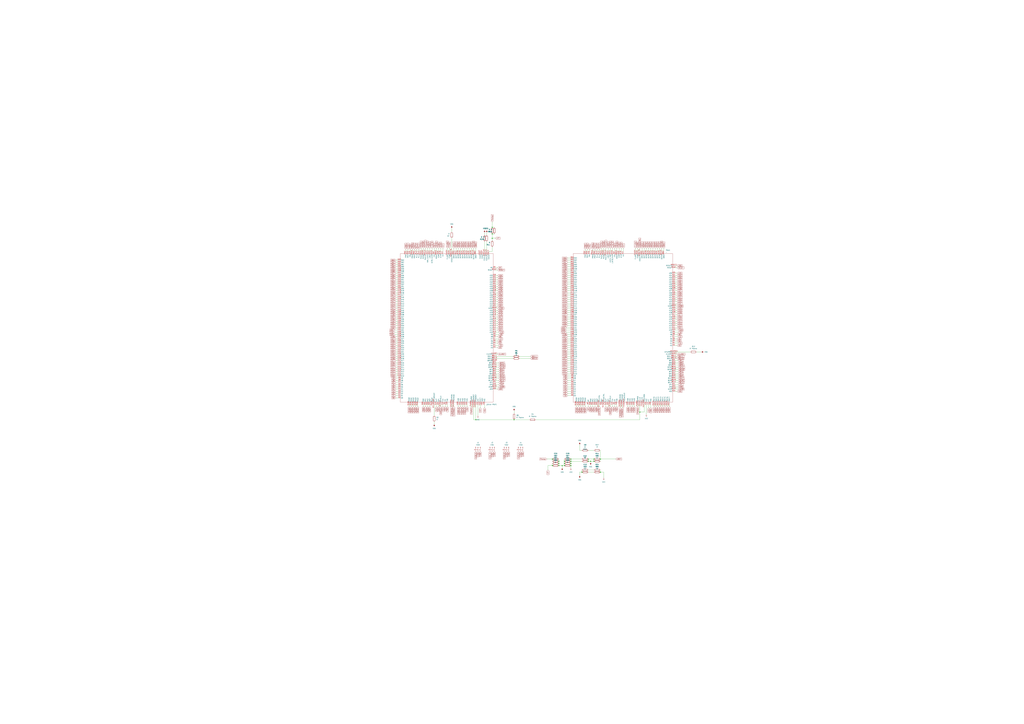
<source format=kicad_sch>
(kicad_sch (version 20231120) (generator "eeschema") (generator_version "8.0")
  (paper "A0")
  (lib_symbols
    (symbol "Connector:Conn_01x03_Pin" (pin_names (offset 1.016) hide)
      (property "Reference" "J" (at 0 5.08 0))
      (property "Value" "Conn_01x03_Pin" (at 0 -5.08 0))
      (symbol "Conn_01x03_Pin_1_1"
        (pin passive line (at 5.08 2.54 180) (length 3.81) (name "Pin_1") (number "1"))
        (pin passive line (at 5.08 0 180) (length 3.81) (name "Pin_2") (number "2"))
        (pin passive line (at 5.08 -2.54 180) (length 3.81) (name "Pin_3") (number "3"))
      )
    )
    (symbol "Device:R" (pin_numbers hide) (pin_names (offset 0))
      (property "Reference" "R" (at 2.032 0 90))
      (property "Value" "R" (at 0 0 90))
      (symbol "R_1_1"
        (pin passive line (at 0 3.81 270) (length 1.27) (name "~") (number "1"))
        (pin passive line (at 0 -3.81 90) (length 1.27) (name "~") (number "2"))
      )
    )
    (symbol "New_Library:PGA370"
      (property "Reference" "PGA370" (at -26.416 11.43 0))
      (symbol "PGA370_1_1"
        (pin input line (at 36.83 12.7 180) (length 2.54) (name "A10") (number "A10"))
        (pin input line (at 36.83 15.24 180) (length 2.54) (name "A11") (number "A11"))
        (pin input line (at 36.83 17.78 180) (length 2.54) (name "A12") (number "A12"))
        (pin input line (at 36.83 20.32 180) (length 2.54) (name "A13") (number "A13"))
        (pin input line (at 36.83 22.86 180) (length 2.54) (name "A14") (number "A14"))
        (pin input line (at 36.83 25.4 180) (length 2.54) (name "A15") (number "A15"))
        (pin input line (at 36.83 27.94 180) (length 2.54) (name "A16") (number "A16"))
        (pin input line (at 36.83 30.48 180) (length 2.54) (name "A17") (number "A17"))
        (pin input line (at 36.83 33.02 180) (length 2.54) (name "A18") (number "A18"))
        (pin input line (at 36.83 35.56 180) (length 2.54) (name "A19") (number "A19"))
        (pin input line (at 36.83 38.1 180) (length 2.54) (name "A20") (number "A20"))
        (pin input line (at 36.83 40.64 180) (length 2.54) (name "A20M") (number "A20M"))
        (pin input line (at 36.83 43.18 180) (length 2.54) (name "A21") (number "A21"))
        (pin input line (at 36.83 45.72 180) (length 2.54) (name "A22") (number "A22"))
        (pin input line (at 36.83 48.26 180) (length 2.54) (name "A23") (number "A23"))
        (pin input line (at 36.83 50.8 180) (length 2.54) (name "A24") (number "A24"))
        (pin input line (at 36.83 53.34 180) (length 2.54) (name "A25") (number "A25"))
        (pin input line (at 36.83 55.88 180) (length 2.54) (name "A26") (number "A26"))
        (pin input line (at 36.83 58.42 180) (length 2.54) (name "A27") (number "A27"))
        (pin input line (at 36.83 60.96 180) (length 2.54) (name "A28") (number "A28"))
        (pin input line (at 36.83 63.5 180) (length 2.54) (name "A29") (number "A29"))
        (pin input line (at 36.83 -5.08 180) (length 2.54) (name "A3") (number "A3"))
        (pin input line (at 36.83 66.04 180) (length 2.54) (name "A30") (number "A30"))
        (pin input line (at 36.83 68.58 180) (length 2.54) (name "A31") (number "A31"))
        (pin input line (at 36.83 71.12 180) (length 2.54) (name "A32") (number "A32"))
        (pin input line (at 36.83 73.66 180) (length 2.54) (name "A33") (number "A33"))
        (pin input line (at 36.83 76.2 180) (length 2.54) (name "A34") (number "A34"))
        (pin input line (at 36.83 78.74 180) (length 2.54) (name "A35") (number "A35"))
        (pin input line (at 36.83 -2.54 180) (length 2.54) (name "A4") (number "A4"))
        (pin input line (at 36.83 0 180) (length 2.54) (name "A5") (number "A5"))
        (pin input line (at 36.83 2.54 180) (length 2.54) (name "A6") (number "A6"))
        (pin input line (at 36.83 5.08 180) (length 2.54) (name "A7") (number "A7"))
        (pin input line (at 36.83 7.62 180) (length 2.54) (name "A8") (number "A8"))
        (pin input line (at 36.83 10.16 180) (length 2.54) (name "A9") (number "A9"))
        (pin input line (at 36.83 -58.42 180) (length 2.54) (name "ADS") (number "ADS"))
        (pin input line (at 36.83 -55.88 180) (length 2.54) (name "AERR") (number "AERR"))
        (pin input line (at 36.83 -53.34 180) (length 2.54) (name "AP0") (number "AP0"))
        (pin input line (at 36.83 -50.8 180) (length 2.54) (name "AP1") (number "AP1"))
        (pin input line (at 36.83 -48.26 180) (length 2.54) (name "BCLK") (number "BCLK"))
        (pin input line (at 36.83 -45.72 180) (length 2.54) (name "BERR") (number "BERR"))
        (pin input line (at 36.83 -43.18 180) (length 2.54) (name "BINIT") (number "BINIT"))
        (pin input line (at 36.83 -40.64 180) (length 2.54) (name "BNR") (number "BNR"))
        (pin input line (at 36.83 -38.1 180) (length 2.54) (name "BP2") (number "BP2"))
        (pin input line (at 36.83 -35.56 180) (length 2.54) (name "BP3") (number "BP3"))
        (pin input line (at 36.83 -33.02 180) (length 2.54) (name "BPM0") (number "BPM0"))
        (pin input line (at 36.83 -30.48 180) (length 2.54) (name "BPM1") (number "BPM1"))
        (pin input line (at 36.83 -27.94 180) (length 2.54) (name "BPRI") (number "BPRI"))
        (pin input line (at 36.83 -25.4 180) (length 2.54) (name "BR0") (number "BR0"))
        (pin input line (at 36.83 -22.86 180) (length 2.54) (name "BR1") (number "BR1"))
        (pin input line (at 36.83 -20.32 180) (length 2.54) (name "BSEL0") (number "BSEL0"))
        (pin input line (at 36.83 -17.78 180) (length 2.54) (name "BSEL1") (number "BSEL1"))
        (pin input line (at 36.83 -15.24 180) (length 2.54) (name "CLKREF") (number "CLKREF"))
        (pin input line (at 36.83 -12.7 180) (length 2.54) (name "CPUPRES") (number "CPUPRES"))
        (pin input line (at -83.82 -63.5 0) (length 2.54) (name "D0") (number "D0"))
        (pin input line (at -83.82 -60.96 0) (length 2.54) (name "D1") (number "D1"))
        (pin input line (at -83.82 -38.1 0) (length 2.54) (name "D10") (number "D10"))
        (pin input line (at -83.82 -35.56 0) (length 2.54) (name "D11") (number "D11"))
        (pin input line (at -83.82 -33.02 0) (length 2.54) (name "D12") (number "D12"))
        (pin input line (at -83.82 -30.48 0) (length 2.54) (name "D13") (number "D13"))
        (pin input line (at -83.82 -27.94 0) (length 2.54) (name "D14") (number "D14"))
        (pin input line (at -83.82 -25.4 0) (length 2.54) (name "D15") (number "D15"))
        (pin input line (at -83.82 -22.86 0) (length 2.54) (name "D16") (number "D16"))
        (pin input line (at -83.82 -20.32 0) (length 2.54) (name "D17") (number "D17"))
        (pin input line (at -83.82 -17.78 0) (length 2.54) (name "D18") (number "D18"))
        (pin input line (at -83.82 -15.24 0) (length 2.54) (name "D19") (number "D19"))
        (pin input line (at -83.82 -58.42 0) (length 2.54) (name "D2") (number "D2"))
        (pin input line (at -83.82 -12.7 0) (length 2.54) (name "D20") (number "D20"))
        (pin input line (at -83.82 -10.16 0) (length 2.54) (name "D21") (number "D21"))
        (pin input line (at -83.82 -7.62 0) (length 2.54) (name "D22") (number "D22"))
        (pin input line (at -83.82 -5.08 0) (length 2.54) (name "D23") (number "D23"))
        (pin input line (at -83.82 -2.54 0) (length 2.54) (name "D24") (number "D24"))
        (pin input line (at -83.82 0 0) (length 2.54) (name "D25") (number "D25"))
        (pin input line (at -83.82 2.54 0) (length 2.54) (name "D26") (number "D26"))
        (pin input line (at -83.82 5.08 0) (length 2.54) (name "D27") (number "D27"))
        (pin input line (at -83.82 7.62 0) (length 2.54) (name "D28") (number "D28"))
        (pin input line (at -83.82 10.16 0) (length 2.54) (name "D29") (number "D29"))
        (pin input line (at -83.82 -55.88 0) (length 2.54) (name "D3") (number "D3"))
        (pin input line (at -83.82 12.7 0) (length 2.54) (name "D30") (number "D30"))
        (pin input line (at -83.82 15.24 0) (length 2.54) (name "D31") (number "D31"))
        (pin input line (at -83.82 17.78 0) (length 2.54) (name "D32") (number "D32"))
        (pin input line (at -83.82 20.32 0) (length 2.54) (name "D33") (number "D33"))
        (pin input line (at -83.82 22.86 0) (length 2.54) (name "D34") (number "D34"))
        (pin input line (at -83.82 25.4 0) (length 2.54) (name "D35") (number "D35"))
        (pin input line (at -83.82 27.94 0) (length 2.54) (name "D36") (number "D36"))
        (pin input line (at -83.82 30.48 0) (length 2.54) (name "D37") (number "D37"))
        (pin input line (at -83.82 33.02 0) (length 2.54) (name "D38") (number "D38"))
        (pin input line (at -83.82 35.56 0) (length 2.54) (name "D39") (number "D39"))
        (pin input line (at -83.82 -53.34 0) (length 2.54) (name "D4") (number "D4"))
        (pin input line (at -83.82 38.1 0) (length 2.54) (name "D40") (number "D40"))
        (pin input line (at -83.82 40.64 0) (length 2.54) (name "D41") (number "D41"))
        (pin input line (at -83.82 43.18 0) (length 2.54) (name "D42") (number "D42"))
        (pin input line (at -83.82 45.72 0) (length 2.54) (name "D43") (number "D43"))
        (pin input line (at -83.82 48.26 0) (length 2.54) (name "D44") (number "D44"))
        (pin input line (at -83.82 50.8 0) (length 2.54) (name "D45") (number "D45"))
        (pin input line (at -83.82 53.34 0) (length 2.54) (name "D46") (number "D46"))
        (pin input line (at -83.82 55.88 0) (length 2.54) (name "D47") (number "D47"))
        (pin input line (at -83.82 58.42 0) (length 2.54) (name "D48") (number "D48"))
        (pin input line (at -83.82 60.96 0) (length 2.54) (name "D49") (number "D49"))
        (pin input line (at -83.82 -50.8 0) (length 2.54) (name "D5") (number "D5"))
        (pin input line (at -83.82 63.5 0) (length 2.54) (name "D50") (number "D50"))
        (pin input line (at -83.82 66.04 0) (length 2.54) (name "D51") (number "D51"))
        (pin input line (at -83.82 68.58 0) (length 2.54) (name "D52") (number "D52"))
        (pin input line (at -83.82 71.12 0) (length 2.54) (name "D53") (number "D53"))
        (pin input line (at -83.82 73.66 0) (length 2.54) (name "D54") (number "D54"))
        (pin input line (at -83.82 76.2 0) (length 2.54) (name "D55") (number "D55"))
        (pin input line (at -83.82 78.74 0) (length 2.54) (name "D56") (number "D56"))
        (pin input line (at -83.82 81.28 0) (length 2.54) (name "D57") (number "D57"))
        (pin input line (at -83.82 83.82 0) (length 2.54) (name "D58") (number "D58"))
        (pin input line (at -83.82 86.36 0) (length 2.54) (name "D59") (number "D59"))
        (pin input line (at -83.82 -48.26 0) (length 2.54) (name "D6") (number "D6"))
        (pin input line (at -83.82 88.9 0) (length 2.54) (name "D60") (number "D60"))
        (pin input line (at -83.82 91.44 0) (length 2.54) (name "D61") (number "D61"))
        (pin input line (at -83.82 93.98 0) (length 2.54) (name "D62") (number "D62"))
        (pin input line (at -83.82 96.52 0) (length 2.54) (name "D63") (number "D63"))
        (pin input line (at -83.82 -45.72 0) (length 2.54) (name "D7") (number "D7"))
        (pin input line (at -83.82 -43.18 0) (length 2.54) (name "D8") (number "D8"))
        (pin input line (at -83.82 -40.64 0) (length 2.54) (name "D9") (number "D9"))
        (pin input line (at 24.13 104.14 270) (length 2.54) (name "DBSY") (number "DBSY"))
        (pin input line (at 21.59 104.14 270) (length 2.54) (name "DEFER") (number "DEFER"))
        (pin input line (at 19.05 104.14 270) (length 2.54) (name "DEP0") (number "DEP0"))
        (pin input line (at 16.51 104.14 270) (length 2.54) (name "DEP1") (number "DEP1"))
        (pin input line (at 13.97 104.14 270) (length 2.54) (name "DEP2") (number "DEP2"))
        (pin input line (at 11.43 104.14 270) (length 2.54) (name "DEP3") (number "DEP3"))
        (pin input line (at 8.89 104.14 270) (length 2.54) (name "DEP4") (number "DEP4"))
        (pin input line (at 6.35 104.14 270) (length 2.54) (name "DEP5") (number "DEP5"))
        (pin input line (at 3.81 104.14 270) (length 2.54) (name "DEP6") (number "DEP6"))
        (pin input line (at 1.27 104.14 270) (length 2.54) (name "DEP7") (number "DEP7"))
        (pin input line (at -1.27 104.14 270) (length 2.54) (name "DRDY") (number "DRDY"))
        (pin input line (at -3.81 104.14 270) (length 2.54) (name "EDGCTRL") (number "EDGCTRL"))
        (pin input line (at -6.35 104.14 270) (length 2.54) (name "FERR") (number "FERR"))
        (pin input line (at -8.89 104.14 270) (length 2.54) (name "FLUSH") (number "FLUSH"))
        (pin input line (at -22.86 104.14 270) (length 2.54) (name "HIT") (number "HIT"))
        (pin input line (at -25.4 104.14 270) (length 2.54) (name "HITM") (number "HITM"))
        (pin input line (at -27.94 104.14 270) (length 2.54) (name "IERR") (number "IERR"))
        (pin input line (at -30.48 104.14 270) (length 2.54) (name "IGNNE") (number "IGNNE"))
        (pin input line (at -33.02 104.14 270) (length 2.54) (name "INIT") (number "INIT"))
        (pin input line (at -35.56 104.14 270) (length 2.54) (name "LINT0/INTR") (number "LINT0"))
        (pin input line (at -38.1 104.14 270) (length 2.54) (name "LINT1/NMI") (number "LINT1"))
        (pin input line (at -40.64 104.14 270) (length 2.54) (name "LOCK") (number "LOCK"))
        (pin input line (at -43.18 104.14 270) (length 2.54) (name "PICCLK") (number "PICCLK"))
        (pin input line (at -45.72 104.14 270) (length 2.54) (name "PICD0") (number "PICD0"))
        (pin input line (at -48.26 104.14 270) (length 2.54) (name "PICD1") (number "PICD1"))
        (pin input line (at -50.8 104.14 270) (length 2.54) (name "PLL1") (number "PLL1"))
        (pin input line (at -53.34 104.14 270) (length 2.54) (name "PLL2") (number "PLL2"))
        (pin input line (at -55.88 104.14 270) (length 2.54) (name "PRDY") (number "PRDY"))
        (pin input line (at -58.42 104.14 270) (length 2.54) (name "PREQ") (number "PREQ"))
        (pin input line (at -6.35 -73.66 90) (length 2.54) (name "PWRGD") (number "PWRGD"))
        (pin input line (at -77.47 -73.66 90) (length 2.54) (name "REQ0") (number "REQ0"))
        (pin input line (at -74.93 -73.66 90) (length 2.54) (name "REQ1") (number "REQ1"))
        (pin input line (at -72.39 -73.66 90) (length 2.54) (name "REQ2") (number "REQ2"))
        (pin input line (at -69.85 -73.66 90) (length 2.54) (name "REQ3") (number "REQ3"))
        (pin input line (at -67.31 -73.66 90) (length 2.54) (name "REQ4") (number "REQ4"))
        (pin input line (at 36.83 85.09 180) (length 2.54) (name "RESET") (number "RESET"))
        (pin input line (at 36.83 87.63 180) (length 2.54) (name "RESET2") (number "RESET2"))
        (pin input line (at -63.5 -73.66 90) (length 2.54) (name "RP") (number "RP"))
        (pin input line (at -60.96 -73.66 90) (length 2.54) (name "RS0") (number "RS0"))
        (pin input line (at -58.42 -73.66 90) (length 2.54) (name "RS1") (number "RS1"))
        (pin input line (at -55.88 -73.66 90) (length 2.54) (name "RS2") (number "RS2"))
        (pin input line (at -53.34 -73.66 90) (length 2.54) (name "RSP") (number "RSP"))
        (pin input line (at -48.26 -73.66 90) (length 2.54) (name "RSV") (number "RSV"))
        (pin input line (at -50.8 -73.66 90) (length 2.54) (name "RTTCTRL") (number "RTTCTRL"))
        (pin input line (at -45.72 -73.66 90) (length 2.54) (name "SLEWCTRL") (number "SLEWCTRL"))
        (pin input line (at -43.18 -73.66 90) (length 2.54) (name "SLP") (number "SLP"))
        (pin input line (at -40.64 -73.66 90) (length 2.54) (name "SMI") (number "SMI"))
        (pin input line (at -38.1 -73.66 90) (length 2.54) (name "STPCLK") (number "STPCLK"))
        (pin input line (at -35.56 -73.66 90) (length 2.54) (name "TCK") (number "TCK"))
        (pin input line (at -33.02 -73.66 90) (length 2.54) (name "TDI") (number "TDI"))
        (pin input line (at -30.48 -73.66 90) (length 2.54) (name "TDO") (number "TDO"))
        (pin input line (at -26.67 -73.66 90) (length 2.54) (name "THERMDN") (number "THERMDN"))
        (pin input line (at -24.13 -73.66 90) (length 2.54) (name "THERMDP") (number "THERMDP"))
        (pin input line (at -21.59 -73.66 90) (length 2.54) (name "THERMTRIP") (number "THERMTRIP"))
        (pin input line (at -62.23 104.14 270) (length 2.54) (name "TMS") (number "TMS"))
        (pin input line (at -64.77 104.14 270) (length 2.54) (name "TRDY") (number "TRDY"))
        (pin input line (at -67.31 104.14 270) (length 2.54) (name "TRST") (number "TRST"))
        (pin input line (at 3.81 -73.66 90) (length 2.54) (name "VCC") (number "VCC"))
        (pin input line (at -3.81 -73.66 90) (length 2.54) (name "V_1.5") (number "VCC1.5"))
        (pin input line (at -1.27 -73.66 90) (length 2.54) (name "V_2.5") (number "VCC2.5"))
        (pin input line (at 1.27 -73.66 90) (length 2.54) (name "VCCCMOS") (number "VCCCMOS"))
        (pin input line (at -17.78 -73.66 90) (length 2.54) (name "VID0") (number "VID0"))
        (pin input line (at -15.24 -73.66 90) (length 2.54) (name "VID1") (number "VID1"))
        (pin input line (at -12.7 -73.66 90) (length 2.54) (name "VID2") (number "VID2"))
        (pin input line (at -10.16 -73.66 90) (length 2.54) (name "VID3") (number "VID3"))
        (pin input line (at 12.7 -73.66 90) (length 2.54) (name "VREF0") (number "VREF0"))
        (pin input line (at 15.24 -73.66 90) (length 2.54) (name "VREF1") (number "VREF1"))
        (pin input line (at 17.78 -73.66 90) (length 2.54) (name "VREF2") (number "VREF2"))
        (pin input line (at 20.32 -73.66 90) (length 2.54) (name "VREF3") (number "VREF3"))
        (pin input line (at 22.86 -73.66 90) (length 2.54) (name "VREF4") (number "VREF4"))
        (pin input line (at 25.4 -73.66 90) (length 2.54) (name "VREF5") (number "VREF5"))
        (pin input line (at 27.94 -73.66 90) (length 2.54) (name "VREF6") (number "VREF6"))
        (pin input line (at 30.48 -73.66 90) (length 2.54) (name "VREF7") (number "VREF7"))
        (pin input line (at 8.89 -73.66 90) (length 2.54) (name "VSS") (number "VSS"))
        (pin input line (at 6.35 -73.66 90) (length 2.54) (name "VTT") (number "VTT"))
      )
    )
    (symbol "New_Library:microPGA495"
      (property "Reference" "micro-PGA495" (at -24.892 13.716 90))
      (symbol "microPGA495_1_0"
        (pin input line (at 1.27 104.14 270) (length 2.54) (name "DEP0") (number "DEP0"))
      )
      (symbol "microPGA495_1_1"
        (pin input line (at 29.21 10.16 180) (length 2.54) (name "A10") (number "A10"))
        (pin input line (at 29.21 12.7 180) (length 2.54) (name "A11") (number "A11"))
        (pin input line (at 29.21 15.24 180) (length 2.54) (name "A12") (number "A12"))
        (pin input line (at 29.21 17.78 180) (length 2.54) (name "A13") (number "A13"))
        (pin input line (at 29.21 20.32 180) (length 2.54) (name "A14") (number "A14"))
        (pin input line (at 29.21 22.86 180) (length 2.54) (name "A15") (number "A15"))
        (pin input line (at 29.21 25.4 180) (length 2.54) (name "A16") (number "A16"))
        (pin input line (at 29.21 27.94 180) (length 2.54) (name "A17") (number "A17"))
        (pin input line (at 29.21 30.48 180) (length 2.54) (name "A18") (number "A18"))
        (pin input line (at 29.21 33.02 180) (length 2.54) (name "A19") (number "A19"))
        (pin input line (at 29.21 35.56 180) (length 2.54) (name "A20") (number "A20"))
        (pin input line (at 29.21 38.1 180) (length 2.54) (name "A20M") (number "A20M"))
        (pin input line (at 29.21 40.64 180) (length 2.54) (name "A21") (number "A21"))
        (pin input line (at 29.21 43.18 180) (length 2.54) (name "A22") (number "A22"))
        (pin input line (at 29.21 45.72 180) (length 2.54) (name "A23") (number "A23"))
        (pin input line (at 29.21 48.26 180) (length 2.54) (name "A24") (number "A24"))
        (pin input line (at 29.21 50.8 180) (length 2.54) (name "A25") (number "A25"))
        (pin input line (at 29.21 53.34 180) (length 2.54) (name "A26") (number "A26"))
        (pin input line (at 29.21 55.88 180) (length 2.54) (name "A27") (number "A27"))
        (pin input line (at 29.21 58.42 180) (length 2.54) (name "A28") (number "A28"))
        (pin input line (at 29.21 60.96 180) (length 2.54) (name "A29") (number "A29"))
        (pin input line (at 29.21 -7.62 180) (length 2.54) (name "A3") (number "A3"))
        (pin input line (at 29.21 63.5 180) (length 2.54) (name "A30") (number "A30"))
        (pin input line (at 29.21 66.04 180) (length 2.54) (name "A31") (number "A31"))
        (pin input line (at 29.21 68.58 180) (length 2.54) (name "A32") (number "A32"))
        (pin input line (at 29.21 71.12 180) (length 2.54) (name "A33") (number "A33"))
        (pin input line (at 29.21 73.66 180) (length 2.54) (name "A34") (number "A34"))
        (pin input line (at 29.21 76.2 180) (length 2.54) (name "A35") (number "A35"))
        (pin input line (at 29.21 -5.08 180) (length 2.54) (name "A4") (number "A4"))
        (pin input line (at 29.21 -2.54 180) (length 2.54) (name "A5") (number "A5"))
        (pin input line (at 29.21 0 180) (length 2.54) (name "A6") (number "A6"))
        (pin input line (at 29.21 2.54 180) (length 2.54) (name "A7") (number "A7"))
        (pin input line (at 29.21 5.08 180) (length 2.54) (name "A8") (number "A8"))
        (pin input line (at 29.21 7.62 180) (length 2.54) (name "A9") (number "A9"))
        (pin input line (at 29.21 -55.88 180) (length 2.54) (name "ADS") (number "ADS"))
        (pin input line (at 29.21 -53.34 180) (length 2.54) (name "AERR") (number "AERR"))
        (pin input line (at 29.21 -50.8 180) (length 2.54) (name "AP0") (number "AP0"))
        (pin input line (at 29.21 -48.26 180) (length 2.54) (name "AP1") (number "AP1"))
        (pin input line (at 29.21 -45.72 180) (length 2.54) (name "BCLK") (number "BCLK"))
        (pin input line (at 29.21 -43.18 180) (length 2.54) (name "BERR") (number "BERR"))
        (pin input line (at 29.21 -40.64 180) (length 2.54) (name "BINIT") (number "BINIT"))
        (pin input line (at 29.21 -38.1 180) (length 2.54) (name "BNR") (number "BNR"))
        (pin input line (at 29.21 -35.56 180) (length 2.54) (name "BP2") (number "BP2"))
        (pin input line (at 29.21 -33.02 180) (length 2.54) (name "BP3") (number "BP3"))
        (pin input line (at 29.21 -30.48 180) (length 2.54) (name "BPM0") (number "BPM0"))
        (pin input line (at 29.21 -27.94 180) (length 2.54) (name "BPM1") (number "BPM1"))
        (pin input line (at 29.21 -25.4 180) (length 2.54) (name "BPRI") (number "BPRI"))
        (pin input line (at 29.21 -22.86 180) (length 2.54) (name "BREQ0") (number "BREQ0"))
        (pin input line (at 29.21 -20.32 180) (length 2.54) (name "BSEL0") (number "BSEL0"))
        (pin input line (at 29.21 -17.78 180) (length 2.54) (name "BSEL1") (number "BSEL1"))
        (pin input line (at 29.21 -15.24 180) (length 2.54) (name "CLKREF") (number "CLKREF"))
        (pin input line (at 3.81 -73.66 90) (length 2.54) (name "CMOSREF") (number "CMOSREF"))
        (pin input line (at 6.35 -73.66 90) (length 2.54) (name "CMOSREF") (number "CMOSREF"))
        (pin input line (at -83.82 -66.04 0) (length 2.54) (name "D0") (number "D0"))
        (pin input line (at -83.82 -63.5 0) (length 2.54) (name "D1") (number "D1"))
        (pin input line (at -83.82 -40.64 0) (length 2.54) (name "D10") (number "D10"))
        (pin input line (at -83.82 -38.1 0) (length 2.54) (name "D11") (number "D11"))
        (pin input line (at -83.82 -35.56 0) (length 2.54) (name "D12") (number "D12"))
        (pin input line (at -83.82 -33.02 0) (length 2.54) (name "D13") (number "D13"))
        (pin input line (at -83.82 -30.48 0) (length 2.54) (name "D14") (number "D14"))
        (pin input line (at -83.82 -27.94 0) (length 2.54) (name "D15") (number "D15"))
        (pin input line (at -83.82 -25.4 0) (length 2.54) (name "D16") (number "D16"))
        (pin input line (at -83.82 -22.86 0) (length 2.54) (name "D17") (number "D17"))
        (pin input line (at -83.82 -20.32 0) (length 2.54) (name "D18") (number "D18"))
        (pin input line (at -83.82 -17.78 0) (length 2.54) (name "D19") (number "D19"))
        (pin input line (at -83.82 -60.96 0) (length 2.54) (name "D2") (number "D2"))
        (pin input line (at -83.82 -15.24 0) (length 2.54) (name "D20") (number "D20"))
        (pin input line (at -83.82 -12.7 0) (length 2.54) (name "D21") (number "D21"))
        (pin input line (at -83.82 -10.16 0) (length 2.54) (name "D22") (number "D22"))
        (pin input line (at -83.82 -7.62 0) (length 2.54) (name "D23") (number "D23"))
        (pin input line (at -83.82 -5.08 0) (length 2.54) (name "D24") (number "D24"))
        (pin input line (at -83.82 -2.54 0) (length 2.54) (name "D25") (number "D25"))
        (pin input line (at -83.82 0 0) (length 2.54) (name "D26") (number "D26"))
        (pin input line (at -83.82 2.54 0) (length 2.54) (name "D27") (number "D27"))
        (pin input line (at -83.82 5.08 0) (length 2.54) (name "D28") (number "D28"))
        (pin input line (at -83.82 7.62 0) (length 2.54) (name "D29") (number "D29"))
        (pin input line (at -83.82 -58.42 0) (length 2.54) (name "D3") (number "D3"))
        (pin input line (at -83.82 10.16 0) (length 2.54) (name "D30") (number "D30"))
        (pin input line (at -83.82 12.7 0) (length 2.54) (name "D31") (number "D31"))
        (pin input line (at -83.82 15.24 0) (length 2.54) (name "D32") (number "D32"))
        (pin input line (at -83.82 17.78 0) (length 2.54) (name "D33") (number "D33"))
        (pin input line (at -83.82 20.32 0) (length 2.54) (name "D34") (number "D34"))
        (pin input line (at -83.82 22.86 0) (length 2.54) (name "D35") (number "D35"))
        (pin input line (at -83.82 25.4 0) (length 2.54) (name "D36") (number "D36"))
        (pin input line (at -83.82 27.94 0) (length 2.54) (name "D37") (number "D37"))
        (pin input line (at -83.82 30.48 0) (length 2.54) (name "D38") (number "D38"))
        (pin input line (at -83.82 33.02 0) (length 2.54) (name "D39") (number "D39"))
        (pin input line (at -83.82 -55.88 0) (length 2.54) (name "D4") (number "D4"))
        (pin input line (at -83.82 35.56 0) (length 2.54) (name "D40") (number "D40"))
        (pin input line (at -83.82 38.1 0) (length 2.54) (name "D41") (number "D41"))
        (pin input line (at -83.82 40.64 0) (length 2.54) (name "D42") (number "D42"))
        (pin input line (at -83.82 43.18 0) (length 2.54) (name "D43") (number "D43"))
        (pin input line (at -83.82 45.72 0) (length 2.54) (name "D44") (number "D44"))
        (pin input line (at -83.82 48.26 0) (length 2.54) (name "D45") (number "D45"))
        (pin input line (at -83.82 50.8 0) (length 2.54) (name "D46") (number "D46"))
        (pin input line (at -83.82 53.34 0) (length 2.54) (name "D47") (number "D47"))
        (pin input line (at -83.82 55.88 0) (length 2.54) (name "D48") (number "D48"))
        (pin input line (at -83.82 58.42 0) (length 2.54) (name "D49") (number "D49"))
        (pin input line (at -83.82 -53.34 0) (length 2.54) (name "D5") (number "D5"))
        (pin input line (at -83.82 60.96 0) (length 2.54) (name "D50") (number "D50"))
        (pin input line (at -83.82 63.5 0) (length 2.54) (name "D51") (number "D51"))
        (pin input line (at -83.82 66.04 0) (length 2.54) (name "D52") (number "D52"))
        (pin input line (at -83.82 68.58 0) (length 2.54) (name "D53") (number "D53"))
        (pin input line (at -83.82 71.12 0) (length 2.54) (name "D54") (number "D54"))
        (pin input line (at -83.82 73.66 0) (length 2.54) (name "D55") (number "D55"))
        (pin input line (at -83.82 76.2 0) (length 2.54) (name "D56") (number "D56"))
        (pin input line (at -83.82 78.74 0) (length 2.54) (name "D57") (number "D57"))
        (pin input line (at -83.82 81.28 0) (length 2.54) (name "D58") (number "D58"))
        (pin input line (at -83.82 83.82 0) (length 2.54) (name "D59") (number "D59"))
        (pin input line (at -83.82 -50.8 0) (length 2.54) (name "D6") (number "D6"))
        (pin input line (at -83.82 86.36 0) (length 2.54) (name "D60") (number "D60"))
        (pin input line (at -83.82 88.9 0) (length 2.54) (name "D61") (number "D61"))
        (pin input line (at -83.82 91.44 0) (length 2.54) (name "D62") (number "D62"))
        (pin input line (at -83.82 93.98 0) (length 2.54) (name "D63") (number "D63"))
        (pin input line (at -83.82 -48.26 0) (length 2.54) (name "D7") (number "D7"))
        (pin input line (at -83.82 -45.72 0) (length 2.54) (name "D8") (number "D8"))
        (pin input line (at -83.82 -43.18 0) (length 2.54) (name "D9") (number "D9"))
        (pin input line (at 6.35 104.14 270) (length 2.54) (name "DBSY") (number "DBSY"))
        (pin input line (at 3.81 104.14 270) (length 2.54) (name "DEFER") (number "DEFER"))
        (pin input line (at -1.27 104.14 270) (length 2.54) (name "DEP1") (number "DEP1"))
        (pin input line (at -3.81 104.14 270) (length 2.54) (name "DEP2") (number "DEP2"))
        (pin input line (at -6.35 104.14 270) (length 2.54) (name "DEP3") (number "DEP3"))
        (pin input line (at -8.89 104.14 270) (length 2.54) (name "DEP4") (number "DEP4"))
        (pin input line (at -11.43 104.14 270) (length 2.54) (name "DEP5") (number "DEP5"))
        (pin input line (at -13.97 104.14 270) (length 2.54) (name "DEP6") (number "DEP6"))
        (pin input line (at -16.51 104.14 270) (length 2.54) (name "DEP7") (number "DEP7"))
        (pin input line (at -19.05 104.14 270) (length 2.54) (name "DRDY") (number "DRDY"))
        (pin input line (at -21.59 104.14 270) (length 2.54) (name "EDGECTRL") (number "EDGECTRL"))
        (pin input line (at -24.13 104.14 270) (length 2.54) (name "FERR") (number "FERR"))
        (pin input line (at -26.67 104.14 270) (length 2.54) (name "FLUSH") (number "FLUSH"))
        (pin input line (at -31.75 104.14 270) (length 2.54) (name "HIT") (number "HIT"))
        (pin input line (at -34.29 104.14 270) (length 2.54) (name "HITM") (number "HITM"))
        (pin input line (at -36.83 104.14 270) (length 2.54) (name "IERR") (number "IERR"))
        (pin input line (at -39.37 104.14 270) (length 2.54) (name "IGNNE") (number "IGNNE"))
        (pin input line (at -41.91 104.14 270) (length 2.54) (name "INIT") (number "INIT"))
        (pin input line (at -44.45 104.14 270) (length 2.54) (name "INTR/LINT0") (number "LINT0"))
        (pin input line (at -49.53 104.14 270) (length 2.54) (name "NMI/LINT1") (number "LINT1"))
        (pin input line (at -46.99 104.14 270) (length 2.54) (name "LOCK") (number "LOCK"))
        (pin input line (at -52.07 104.14 270) (length 2.54) (name "PICCLK") (number "PICCLK"))
        (pin input line (at -54.61 104.14 270) (length 2.54) (name "PICD0") (number "PICD0"))
        (pin input line (at -57.15 104.14 270) (length 2.54) (name "PICD1") (number "PICD1"))
        (pin input line (at -59.69 104.14 270) (length 2.54) (name "PLL1") (number "PLL1"))
        (pin input line (at -62.23 104.14 270) (length 2.54) (name "PLL2") (number "PLL2"))
        (pin input line (at -64.77 104.14 270) (length 2.54) (name "PRDY") (number "PRDY"))
        (pin input line (at -67.31 104.14 270) (length 2.54) (name "PREQ") (number "PREQ"))
        (pin input line (at 1.27 -73.66 90) (length 2.54) (name "PWRGD") (number "PWRGD"))
        (pin input line (at -71.12 -73.66 90) (length 2.54) (name "REQ0") (number "REQ0"))
        (pin input line (at -68.58 -73.66 90) (length 2.54) (name "REQ1") (number "REQ1"))
        (pin input line (at -66.04 -73.66 90) (length 2.54) (name "REQ2") (number "REQ2"))
        (pin input line (at -63.5 -73.66 90) (length 2.54) (name "REQ3") (number "REQ3"))
        (pin input line (at -60.96 -73.66 90) (length 2.54) (name "REQ4") (number "REQ4"))
        (pin input line (at 29.21 82.55 180) (length 2.54) (name "RESET") (number "RESET"))
        (pin input line (at 29.21 85.09 180) (length 2.54) (name "RP") (number "RP"))
        (pin input line (at -54.61 -73.66 90) (length 2.54) (name "RS0") (number "RS0"))
        (pin input line (at -52.07 -73.66 90) (length 2.54) (name "RS1") (number "RS1"))
        (pin input line (at -49.53 -73.66 90) (length 2.54) (name "RS2") (number "RS2"))
        (pin input line (at -46.99 -73.66 90) (length 2.54) (name "RSP") (number "RSP"))
        (pin input line (at -44.45 -73.66 90) (length 2.54) (name "RSVD") (number "RSVD"))
        (pin input line (at -41.91 -73.66 90) (length 2.54) (name "RTTIMPEDP") (number "RTTIMPEDP"))
        (pin input line (at -39.37 -73.66 90) (length 2.54) (name "SLP") (number "SLP"))
        (pin input line (at -36.83 -73.66 90) (length 2.54) (name "SMI") (number "SMI"))
        (pin input line (at -34.29 -73.66 90) (length 2.54) (name "STPCLK") (number "STPCLK"))
        (pin input line (at -31.75 -73.66 90) (length 2.54) (name "TCK") (number "TCK"))
        (pin input line (at -29.21 -73.66 90) (length 2.54) (name "TDI") (number "TDI"))
        (pin input line (at -26.67 -73.66 90) (length 2.54) (name "TDO") (number "TDO"))
        (pin input line (at 21.59 104.14 270) (length 2.54) (name "TESTHI") (number "TESTHI"))
        (pin input line (at 19.05 104.14 270) (length 2.54) (name "TESTLO1") (number "TESTLO1"))
        (pin input line (at 16.51 104.14 270) (length 2.54) (name "TESTLO2") (number "TESTLO2"))
        (pin input line (at 11.43 104.14 270) (length 2.54) (name "TESTP") (number "TESTP"))
        (pin input line (at 13.97 104.14 270) (length 2.54) (name "TESTP") (number "TESTP"))
        (pin input line (at -21.59 -73.66 90) (length 2.54) (name "THERMDA") (number "THERMDA"))
        (pin input line (at -19.05 -73.66 90) (length 2.54) (name "THERMDC") (number "THERMDC"))
        (pin input line (at -69.85 104.14 270) (length 2.54) (name "TMS") (number "TMS"))
        (pin input line (at -72.39 104.14 270) (length 2.54) (name "TRDY") (number "TRDY"))
        (pin input line (at -74.93 104.14 270) (length 2.54) (name "TRST") (number "TRST"))
        (pin input line (at 8.89 -73.66 90) (length 2.54) (name "VCC") (number "VCC"))
        (pin input line (at 11.43 -73.66 90) (length 2.54) (name "VCCT") (number "VCCT"))
        (pin input line (at -13.97 -73.66 90) (length 2.54) (name "VID0") (number "VID0"))
        (pin input line (at -11.43 -73.66 90) (length 2.54) (name "VID1") (number "VID1"))
        (pin input line (at -8.89 -73.66 90) (length 2.54) (name "VID2") (number "VID2"))
        (pin input line (at -6.35 -73.66 90) (length 2.54) (name "VID3") (number "VID3"))
        (pin input line (at -3.81 -73.66 90) (length 2.54) (name "VID4") (number "VID4"))
        (pin input line (at 13.97 -73.66 90) (length 2.54) (name "VREF") (number "VREF"))
        (pin input line (at 16.51 -73.66 90) (length 2.54) (name "VSS") (number "VSS"))
      )
    )
    (symbol "power:VCC" (power) (pin_numbers hide) (pin_names (offset 0) hide)
      (property "Value" "VCC" (at 0 3.556 0))
      (symbol "VCC_1_1"
        (pin power_in line (at 0 0 90) (length 0) (name "~") (number "1"))
      )
    )
    (symbol "power:VSS" (power) (pin_numbers hide) (pin_names (offset 0) hide)
      (property "Value" "VSS" (at 0 3.556 0))
      (symbol "VSS_1_1"
        (pin power_in line (at 0 0 90) (length 0) (name "~") (number "1"))
      )
    )
  )
  (junction (at 655.32 538.48))
  (junction (at 652.78 541.02))
  (junction (at 596.9 487.68))
  (junction (at 571.5 264.16))
  (junction (at 571.5 271.78))
  (junction (at 683.26 533.4))
  (junction (at 552.45 487.68))
  (junction (at 648.97 535.94))
  (junction (at 571.5 276.86))
  (junction (at 675.64 548.64))
  (junction (at 742.95 478.79))
  (junction (at 641.35 533.4))
  (junction (at 662.94 541.02))
  (junction (at 697.23 548.64))
  (junction (at 655.32 535.94))
  (junction (at 697.23 533.4))
  (junction (at 662.94 535.94))
  (junction (at 662.94 538.48))
  (junction (at 641.35 541.02))
  (junction (at 689.61 533.4))
  (junction (at 689.61 535.94))
  (junction (at 662.94 533.4))
  (junction (at 655.32 541.02))
  (junction (at 685.8 535.94))
  (junction (at 683.26 535.94))
  (junction (at 648.97 538.48))
  (junction (at 648.97 541.02))
  (wire (pts (xy 698.5 288.29) (xy 698.5 292.1)))
  (wire (pts (xy 659.13 358.14) (xy 662.94 358.14)))
  (wire (pts (xy 659.13 342.9) (xy 662.94 342.9)))
  (wire (pts (xy 459.74 340.36) (xy 462.28 340.36)))
  (wire (pts (xy 783.59 381) (xy 786.13 381)))
  (wire (pts (xy 683.26 535.94) (xy 685.8 535.94)))
  (wire (pts (xy 557.53 473.71) (xy 557.53 469.9)))
  (wire (pts (xy 579.12 429.26) (xy 575.31 429.26)))
  (wire (pts (xy 459.74 314.96) (xy 462.28 314.96)))
  (wire (pts (xy 459.74 330.2) (xy 462.28 330.2)))
  (wire (pts (xy 693.42 469.9) (xy 693.42 472.44)))
  (wire (pts (xy 509.27 288.29) (xy 509.27 292.1)))
  (wire (pts (xy 690.88 289.56) (xy 690.88 292.1)))
  (wire (pts (xy 459.74 370.84) (xy 462.28 370.84)))
  (wire (pts (xy 532.13 288.29) (xy 532.13 292.1)))
  (wire (pts (xy 720.09 473.71) (xy 720.09 469.9)))
  (wire (pts (xy 783.59 378.46) (xy 786.13 378.46)))
  (wire (pts (xy 459.74 436.88) (xy 462.28 436.88)))
  (wire (pts (xy 716.28 288.29) (xy 716.28 292.1)))
  (wire (pts (xy 494.03 288.29) (xy 494.03 292.1)))
  (wire (pts (xy 575.31 358.14) (xy 577.85 358.14)))
  (wire (pts (xy 459.74 454.66) (xy 462.28 454.66)))
  (wire (pts (xy 783.59 320.04) (xy 786.13 320.04)))
  (wire (pts (xy 459.74 393.7) (xy 462.28 393.7)))
  (wire (pts (xy 534.67 288.29) (xy 534.67 292.1)))
  (wire (pts (xy 659.13 345.44) (xy 662.94 345.44)))
  (wire (pts (xy 748.03 288.29) (xy 748.03 292.1)))
  (wire (pts (xy 701.04 554.99) (xy 701.04 548.64)))
  (wire (pts (xy 577.85 452.12) (xy 575.31 452.12)))
  (wire (pts (xy 783.59 401.32) (xy 786.13 401.32)))
  (wire (pts (xy 603.25 414.02) (xy 615.95 414.02)))
  (wire (pts (xy 683.26 533.4) (xy 683.26 535.94)))
  (wire (pts (xy 679.45 289.56) (xy 679.45 292.1)))
  (wire (pts (xy 783.59 332.74) (xy 786.13 332.74)))
  (wire (pts (xy 703.58 472.44) (xy 703.58 469.9)))
  (wire (pts (xy 459.74 327.66) (xy 462.28 327.66)))
  (wire (pts (xy 575.31 375.92) (xy 577.85 375.92)))
  (wire (pts (xy 575.31 353.06) (xy 577.85 353.06)))
  (wire (pts (xy 787.4 452.12) (xy 783.59 452.12)))
  (wire (pts (xy 483.87 289.56) (xy 483.87 292.1)))
  (wire (pts (xy 659.13 447.04) (xy 662.94 447.04)))
  (wire (pts (xy 575.31 363.22) (xy 577.85 363.22)))
  (wire (pts (xy 571.5 276.86) (xy 571.5 279.4)))
  (wire (pts (xy 783.59 317.5) (xy 786.13 317.5)))
  (wire (pts (xy 750.57 481.33) (xy 750.57 469.9)))
  (wire (pts (xy 697.23 533.4) (xy 697.23 535.94)))
  (wire (pts (xy 695.96 289.56) (xy 695.96 292.1)))
  (wire (pts (xy 459.74 355.6) (xy 462.28 355.6)))
  (wire (pts (xy 499.11 288.29) (xy 499.11 292.1)))
  (wire (pts (xy 783.59 355.6) (xy 786.13 355.6)))
  (wire (pts (xy 659.13 304.8) (xy 662.94 304.8)))
  (wire (pts (xy 774.7 472.44) (xy 774.7 469.9)))
  (wire (pts (xy 659.13 353.06) (xy 662.94 353.06)))
  (wire (pts (xy 783.59 322.58) (xy 786.13 322.58)))
  (wire (pts (xy 459.74 342.9) (xy 462.28 342.9)))
  (wire (pts (xy 659.13 317.5) (xy 662.94 317.5)))
  (wire (pts (xy 514.35 288.29) (xy 514.35 292.1)))
  (wire (pts (xy 783.59 408.94) (xy 801.37 408.94)))
  (wire (pts (xy 459.74 396.24) (xy 462.28 396.24)))
  (wire (pts (xy 459.74 408.94) (xy 462.28 408.94)))
  (wire (pts (xy 527.05 288.29) (xy 527.05 292.1)))
  (wire (pts (xy 480.06 472.44) (xy 480.06 469.9)))
  (wire (pts (xy 471.17 289.56) (xy 471.17 292.1)))
  (wire (pts (xy 659.13 401.32) (xy 662.94 401.32)))
  (wire (pts (xy 534.67 472.44) (xy 534.67 469.9)))
  (wire (pts (xy 681.99 289.56) (xy 681.99 292.1)))
  (wire (pts (xy 753.11 288.29) (xy 753.11 292.1)))
  (wire (pts (xy 783.59 396.24) (xy 786.13 396.24)))
  (wire (pts (xy 659.13 309.88) (xy 662.94 309.88)))
  (wire (pts (xy 459.74 414.02) (xy 462.28 414.02)))
  (wire (pts (xy 524.51 265.43) (xy 524.51 269.24)))
  (wire (pts (xy 641.35 538.48) (xy 641.35 541.02)))
  (wire (pts (xy 511.81 288.29) (xy 511.81 292.1)))
  (wire (pts (xy 537.21 472.44) (xy 537.21 469.9)))
  (wire (pts (xy 539.75 472.44) (xy 539.75 469.9)))
  (wire (pts (xy 659.13 322.58) (xy 662.94 322.58)))
  (wire (pts (xy 783.59 340.36) (xy 786.13 340.36)))
  (wire (pts (xy 577.85 311.15) (xy 575.31 311.15)))
  (wire (pts (xy 571.5 271.78) (xy 571.5 276.86)))
  (wire (pts (xy 459.74 353.06) (xy 462.28 353.06)))
  (wire (pts (xy 659.13 350.52) (xy 662.94 350.52)))
  (wire (pts (xy 711.2 288.29) (xy 711.2 292.1)))
  (wire (pts (xy 575.31 416.56) (xy 595.63 416.56)))
  (wire (pts (xy 579.12 401.32) (xy 575.31 401.32)))
  (wire (pts (xy 684.53 289.56) (xy 684.53 292.1)))
  (wire (pts (xy 713.74 288.29) (xy 713.74 292.1)))
  (wire (pts (xy 575.31 383.54) (xy 577.85 383.54)))
  (wire (pts (xy 755.65 473.71) (xy 755.65 469.9)))
  (wire (pts (xy 494.03 469.9) (xy 494.03 472.44)))
  (wire (pts (xy 575.31 360.68) (xy 577.85 360.68)))
  (wire (pts (xy 787.4 441.96) (xy 783.59 441.96)))
  (wire (pts (xy 575.31 398.78) (xy 577.85 398.78)))
  (wire (pts (xy 697.23 533.4) (xy 715.01 533.4)))
  (wire (pts (xy 783.59 330.2) (xy 786.13 330.2)))
  (wire (pts (xy 786.13 411.48) (xy 783.59 411.48)))
  (wire (pts (xy 690.88 472.44) (xy 690.88 469.9)))
  (wire (pts (xy 575.31 322.58) (xy 577.85 322.58)))
  (wire (pts (xy 657.86 383.54) (xy 662.94 383.54)))
  (wire (pts (xy 760.73 288.29) (xy 760.73 292.1)))
  (wire (pts (xy 575.31 325.12) (xy 577.85 325.12)))
  (wire (pts (xy 814.07 408.94) (xy 808.99 408.94)))
  (wire (pts (xy 787.4 426.72) (xy 783.59 426.72)))
  (wire (pts (xy 659.13 457.2) (xy 662.94 457.2)))
  (wire (pts (xy 655.32 538.48) (xy 655.32 541.02)))
  (wire (pts (xy 459.74 426.72) (xy 462.28 426.72)))
  (wire (pts (xy 575.31 342.9) (xy 577.85 342.9)))
  (wire (pts (xy 742.95 288.29) (xy 742.95 292.1)))
  (wire (pts (xy 742.95 478.79) (xy 742.95 469.9)))
  (wire (pts (xy 519.43 472.44) (xy 519.43 469.9)))
  (wire (pts (xy 783.59 360.68) (xy 786.13 360.68)))
  (wire (pts (xy 579.12 388.62) (xy 575.31 388.62)))
  (wire (pts (xy 731.52 469.9) (xy 731.52 472.44)))
  (wire (pts (xy 459.74 322.58) (xy 462.28 322.58)))
  (wire (pts (xy 641.35 541.02) (xy 636.27 541.02)))
  (wire (pts (xy 659.13 365.76) (xy 662.94 365.76)))
  (wire (pts (xy 652.78 543.56) (xy 652.78 541.02)))
  (wire (pts (xy 571.5 264.16) (xy 574.04 264.16)))
  (wire (pts (xy 659.13 363.22) (xy 662.94 363.22)))
  (wire (pts (xy 673.1 548.64) (xy 675.64 548.64)))
  (wire (pts (xy 703.58 288.29) (xy 703.58 292.1)))
  (wire (pts (xy 459.74 444.5) (xy 462.28 444.5)))
  (wire (pts (xy 659.13 434.34) (xy 662.94 434.34)))
  (wire (pts (xy 657.86 381) (xy 662.94 381)))
  (wire (pts (xy 718.82 288.29) (xy 718.82 292.1)))
  (wire (pts (xy 575.31 340.36) (xy 577.85 340.36)))
  (wire (pts (xy 783.59 353.06) (xy 786.13 353.06)))
  (wire (pts (xy 755.65 288.29) (xy 755.65 292.1)))
  (wire (pts (xy 529.59 288.29) (xy 529.59 292.1)))
  (wire (pts (xy 787.4 386.08) (xy 783.59 386.08)))
  (wire (pts (xy 659.13 452.12) (xy 662.94 452.12)))
  (wire (pts (xy 511.81 472.44) (xy 511.81 469.9)))
  (wire (pts (xy 685.8 469.9) (xy 685.8 472.44)))
  (wire (pts (xy 459.74 307.34) (xy 462.28 307.34)))
  (wire (pts (xy 486.41 289.56) (xy 486.41 292.1)))
  (wire (pts (xy 736.6 469.9) (xy 736.6 472.44)))
  (wire (pts (xy 562.61 280.67) (xy 562.61 292.1)))
  (wire (pts (xy 459.74 406.4) (xy 462.28 406.4)))
  (wire (pts (xy 685.8 535.94) (xy 689.61 535.94)))
  (wire (pts (xy 571.5 271.78) (xy 574.04 271.78)))
  (wire (pts (xy 575.31 335.28) (xy 577.85 335.28)))
  (wire (pts (xy 659.13 403.86) (xy 662.94 403.86)))
  (wire (pts (xy 787.4 419.1) (xy 783.59 419.1)))
  (wire (pts (xy 659.13 332.74) (xy 662.94 332.74)))
  (wire (pts (xy 669.29 472.44) (xy 669.29 469.9)))
  (wire (pts (xy 783.59 373.38) (xy 786.13 373.38)))
  (wire (pts (xy 787.4 398.78) (xy 783.59 398.78)))
  (wire (pts (xy 753.11 469.9) (xy 753.11 473.71)))
  (wire (pts (xy 459.74 347.98) (xy 462.28 347.98)))
  (wire (pts (xy 786.13 416.56) (xy 783.59 416.56)))
  (wire (pts (xy 740.41 288.29) (xy 740.41 292.1)))
  (wire (pts (xy 783.59 370.84) (xy 786.13 370.84)))
  (wire (pts (xy 769.62 472.44) (xy 769.62 469.9)))
  (wire (pts (xy 575.31 330.2) (xy 577.85 330.2)))
  (wire (pts (xy 787.4 444.5) (xy 783.59 444.5)))
  (wire (pts (xy 504.19 492.76) (xy 504.19 490.22)))
  (wire (pts (xy 501.65 288.29) (xy 501.65 292.1)))
  (wire (pts (xy 459.74 421.64) (xy 462.28 421.64)))
  (wire (pts (xy 549.91 288.29) (xy 549.91 292.1)))
  (wire (pts (xy 459.74 302.26) (xy 462.28 302.26)))
  (wire (pts (xy 783.59 393.7) (xy 786.13 393.7)))
  (wire (pts (xy 459.74 391.16) (xy 462.28 391.16)))
  (wire (pts (xy 459.74 424.18) (xy 462.28 424.18)))
  (wire (pts (xy 659.13 312.42) (xy 662.94 312.42)))
  (wire (pts (xy 783.59 347.98) (xy 786.13 347.98)))
  (wire (pts (xy 745.49 288.29) (xy 745.49 292.1)))
  (wire (pts (xy 662.94 543.56) (xy 662.94 541.02)))
  (wire (pts (xy 459.74 457.2) (xy 462.28 457.2)))
  (wire (pts (xy 542.29 288.29) (xy 542.29 292.1)))
  (wire (pts (xy 783.59 368.3) (xy 786.13 368.3)))
  (wire (pts (xy 723.9 288.29) (xy 723.9 292.1)))
  (wire (pts (xy 711.2 472.44) (xy 711.2 469.9)))
  (wire (pts (xy 459.74 381) (xy 462.28 381)))
  (wire (pts (xy 764.54 472.44) (xy 764.54 469.9)))
  (wire (pts (xy 524.51 276.86) (xy 524.51 292.1)))
  (wire (pts (xy 662.94 535.94) (xy 675.64 535.94)))
  (wire (pts (xy 575.31 386.08) (xy 579.12 386.08)))
  (wire (pts (xy 459.74 452.12) (xy 462.28 452.12)))
  (wire (pts (xy 659.13 347.98) (xy 662.94 347.98)))
  (wire (pts (xy 524.51 472.44) (xy 524.51 469.9)))
  (wire (pts (xy 787.4 424.18) (xy 783.59 424.18)))
  (wire (pts (xy 575.31 337.82) (xy 577.85 337.82)))
  (wire (pts (xy 499.11 472.44) (xy 499.11 469.9)))
  (wire (pts (xy 787.4 383.54) (xy 783.59 383.54)))
  (wire (pts (xy 504.19 288.29) (xy 504.19 292.1)))
  (wire (pts (xy 742.95 478.79) (xy 742.95 487.68)))
  (wire (pts (xy 459.74 368.3) (xy 462.28 368.3)))
  (wire (pts (xy 648.97 533.4) (xy 648.97 535.94)))
  (wire (pts (xy 542.29 469.9) (xy 542.29 472.44)))
  (wire (pts (xy 659.13 355.6) (xy 662.94 355.6)))
  (wire (pts (xy 659.13 368.3) (xy 662.94 368.3)))
  (wire (pts (xy 496.57 288.29) (xy 496.57 292.1)))
  (wire (pts (xy 459.74 345.44) (xy 462.28 345.44)))
  (wire (pts (xy 459.74 441.96) (xy 462.28 441.96)))
  (wire (pts (xy 787.4 449.58) (xy 783.59 449.58)))
  (wire (pts (xy 477.52 472.44) (xy 477.52 469.9)))
  (wire (pts (xy 674.37 472.44) (xy 674.37 469.9)))
  (wire (pts (xy 767.08 472.44) (xy 767.08 469.9)))
  (wire (pts (xy 763.27 288.29) (xy 763.27 292.1)))
  (wire (pts (xy 575.31 365.76) (xy 577.85 365.76)))
  (wire (pts (xy 697.23 546.1) (xy 697.23 548.64)))
  (wire (pts (xy 596.9 487.68) (xy 552.45 487.68)))
  (wire (pts (xy 659.13 370.84) (xy 662.94 370.84)))
  (wire (pts (xy 683.26 533.4) (xy 689.61 533.4)))
  (wire (pts (xy 575.31 403.86) (xy 577.85 403.86)))
  (wire (pts (xy 476.25 289.56) (xy 476.25 292.1)))
  (wire (pts (xy 659.13 307.34) (xy 662.94 307.34)))
  (wire (pts (xy 783.59 327.66) (xy 786.13 327.66)))
  (wire (pts (xy 701.04 288.29) (xy 701.04 292.1)))
  (wire (pts (xy 740.41 472.44) (xy 740.41 469.9)))
  (wire (pts (xy 659.13 391.16) (xy 662.94 391.16)))
  (wire (pts (xy 783.59 342.9) (xy 786.13 342.9)))
  (wire (pts (xy 683.26 548.64) (xy 689.61 548.64)))
  (wire (pts (xy 683.26 472.44) (xy 683.26 469.9)))
  (wire (pts (xy 459.74 378.46) (xy 462.28 378.46)))
  (wire (pts (xy 783.59 375.92) (xy 786.13 375.92)))
  (wire (pts (xy 659.13 325.12) (xy 662.94 325.12)))
  (wire (pts (xy 549.91 469.9) (xy 549.91 487.68)))
  (wire (pts (xy 458.47 388.62) (xy 462.28 388.62)))
  (wire (pts (xy 659.13 449.58) (xy 662.94 449.58)))
  (wire (pts (xy 689.61 533.4) (xy 689.61 535.94)))
  (wire (pts (xy 485.14 472.44) (xy 485.14 469.9)))
  (wire (pts (xy 459.74 320.04) (xy 462.28 320.04)))
  (wire (pts (xy 762 472.44) (xy 762 469.9)))
  (wire (pts (xy 575.31 345.44) (xy 577.85 345.44)))
  (wire (pts (xy 459.74 325.12) (xy 462.28 325.12)))
  (wire (pts (xy 659.13 414.02) (xy 662.94 414.02)))
  (wire (pts (xy 655.32 535.94) (xy 655.32 538.48)))
  (wire (pts (xy 659.13 408.94) (xy 662.94 408.94)))
  (wire (pts (xy 783.59 337.82) (xy 786.13 337.82)))
  (wire (pts (xy 673.1 523.24) (xy 675.64 523.24)))
  (wire (pts (xy 562.61 270.51) (xy 562.61 273.05)))
  (wire (pts (xy 506.73 472.44) (xy 506.73 469.9)))
  (wire (pts (xy 579.12 426.72) (xy 575.31 426.72)))
  (wire (pts (xy 659.13 411.48) (xy 662.94 411.48)))
  (wire (pts (xy 514.35 472.44) (xy 514.35 469.9)))
  (wire (pts (xy 673.1 552.45) (xy 673.1 548.64)))
  (wire (pts (xy 697.23 523.24) (xy 697.23 533.4)))
  (wire (pts (xy 577.85 411.48) (xy 575.31 411.48)))
  (wire (pts (xy 772.16 472.44) (xy 772.16 469.9)))
  (wire (pts (xy 614.68 487.68) (xy 596.9 487.68)))
  (wire (pts (xy 659.13 314.96) (xy 662.94 314.96)))
  (wire (pts (xy 655.32 533.4) (xy 655.32 535.94)))
  (wire (pts (xy 565.15 280.67) (xy 565.15 292.1)))
  (wire (pts (xy 459.74 419.1) (xy 462.28 419.1)))
  (wire (pts (xy 716.28 472.44) (xy 716.28 469.9)))
  (wire (pts (xy 459.74 358.14) (xy 462.28 358.14)))
  (wire (pts (xy 459.74 447.04) (xy 462.28 447.04)))
  (wire (pts (xy 516.89 472.44) (xy 516.89 469.9)))
  (wire (pts (xy 777.24 472.44) (xy 777.24 469.9)))
  (wire (pts (xy 509.27 472.44) (xy 509.27 469.9)))
  (wire (pts (xy 657.86 386.08) (xy 662.94 386.08)))
  (wire (pts (xy 491.49 288.29) (xy 491.49 292.1)))
  (wire (pts (xy 459.74 411.48) (xy 462.28 411.48)))
  (wire (pts (xy 459.74 363.22) (xy 462.28 363.22)))
  (wire (pts (xy 504.19 482.6) (xy 504.19 469.9)))
  (wire (pts (xy 459.74 304.8) (xy 462.28 304.8)))
  (wire (pts (xy 459.74 365.76) (xy 462.28 365.76)))
  (wire (pts (xy 742.95 487.68) (xy 622.3 487.68)))
  (wire (pts (xy 575.31 370.84) (xy 577.85 370.84)))
  (wire (pts (xy 659.13 421.64) (xy 662.94 421.64)))
  (wire (pts (xy 659.13 393.7) (xy 662.94 393.7)))
  (wire (pts (xy 787.4 391.16) (xy 783.59 391.16)))
  (wire (pts (xy 458.47 383.54) (xy 462.28 383.54)))
  (wire (pts (xy 659.13 431.8) (xy 662.94 431.8)))
  (wire (pts (xy 459.74 429.26) (xy 462.28 429.26)))
  (wire (pts (xy 659.13 419.1) (xy 662.94 419.1)))
  (wire (pts (xy 459.74 416.56) (xy 462.28 416.56)))
  (wire (pts (xy 787.4 429.26) (xy 783.59 429.26)))
  (wire (pts (xy 659.13 429.26) (xy 662.94 429.26)))
  (wire (pts (xy 575.31 347.98) (xy 577.85 347.98)))
  (wire (pts (xy 575.31 396.24) (xy 577.85 396.24)))
  (wire (pts (xy 575.31 391.16) (xy 577.85 391.16)))
  (wire (pts (xy 648.97 535.94) (xy 648.97 538.48)))
  (wire (pts (xy 579.12 424.18) (xy 575.31 424.18)))
  (wire (pts (xy 636.27 541.02) (xy 636.27 546.1)))
  (wire (pts (xy 478.79 289.56) (xy 478.79 292.1)))
  (wire (pts (xy 713.74 472.44) (xy 713.74 469.9)))
  (wire (pts (xy 659.13 373.38) (xy 662.94 373.38)))
  (wire (pts (xy 750.57 288.29) (xy 750.57 292.1)))
  (wire (pts (xy 659.13 302.26) (xy 662.94 302.26)))
  (wire (pts (xy 768.35 288.29) (xy 768.35 292.1)))
  (wire (pts (xy 458.47 386.08) (xy 462.28 386.08)))
  (wire (pts (xy 459.74 317.5) (xy 462.28 317.5)))
  (wire (pts (xy 496.57 472.44) (xy 496.57 469.9)))
  (wire (pts (xy 770.89 288.29) (xy 770.89 292.1)))
  (wire (pts (xy 786.13 311.15) (xy 783.59 311.15)))
  (wire (pts (xy 575.31 350.52) (xy 577.85 350.52)))
  (wire (pts (xy 701.04 548.64) (xy 697.23 548.64)))
  (wire (pts (xy 603.25 416.56) (xy 615.95 416.56)))
  (wire (pts (xy 683.26 523.24) (xy 689.61 523.24)))
  (wire (pts (xy 579.12 421.64) (xy 575.31 421.64)))
  (wire (pts (xy 679.45 472.44) (xy 679.45 469.9)))
  (wire (pts (xy 759.46 472.44) (xy 759.46 469.9)))
  (wire (pts (xy 659.13 436.88) (xy 662.94 436.88)))
  (wire (pts (xy 721.36 288.29) (xy 721.36 292.1)))
  (wire (pts (xy 575.31 378.46) (xy 577.85 378.46)))
  (wire (pts (xy 659.13 320.04) (xy 662.94 320.04)))
  (wire (pts (xy 596.9 477.52) (xy 596.9 480.06)))
  (wire (pts (xy 565.15 270.51) (xy 565.15 273.05)))
  (wire (pts (xy 575.31 332.74) (xy 577.85 332.74)))
  (wire (pts (xy 662.94 533.4) (xy 675.64 533.4)))
  (wire (pts (xy 575.31 381) (xy 577.85 381)))
  (wire (pts (xy 676.91 472.44) (xy 676.91 469.9)))
  (wire (pts (xy 683.26 546.1) (xy 689.61 546.1)))
  (wire (pts (xy 737.87 288.29) (xy 737.87 292.1)))
  (wire (pts (xy 734.06 469.9) (xy 734.06 472.44)))
  (wire (pts (xy 521.97 288.29) (xy 521.97 292.1)))
  (wire (pts (xy 554.99 482.6) (xy 554.99 469.9)))
  (wire (pts (xy 765.81 288.29) (xy 765.81 292.1)))
  (wire (pts (xy 783.59 325.12) (xy 786.13 325.12)))
  (wire (pts (xy 659.13 330.2) (xy 662.94 330.2)))
  (wire (pts (xy 659.13 378.46) (xy 662.94 378.46)))
  (wire (pts (xy 575.31 327.66) (xy 577.85 327.66)))
  (wire (pts (xy 659.13 398.78) (xy 662.94 398.78)))
  (wire (pts (xy 544.83 288.29) (xy 544.83 292.1)))
  (wire (pts (xy 459.74 337.82) (xy 462.28 337.82)))
  (wire (pts (xy 758.19 288.29) (xy 758.19 292.1)))
  (wire (pts (xy 459.74 434.34) (xy 462.28 434.34)))
  (wire (pts (xy 575.31 373.38) (xy 577.85 373.38)))
  (wire (pts (xy 579.12 434.34) (xy 575.31 434.34)))
  (wire (pts (xy 562.61 469.9) (xy 562.61 473.71)))
  (wire (pts (xy 459.74 332.74) (xy 462.28 332.74)))
  (wire (pts (xy 688.34 289.56) (xy 688.34 292.1)))
  (wire (pts (xy 571.5 257.81) (xy 571.5 264.16)))
  (wire (pts (xy 783.59 388.62) (xy 786.13 388.62)))
  (wire (pts (xy 673.1 516.89) (xy 673.1 523.24)))
  (wire (pts (xy 662.94 538.48) (xy 662.94 541.02)))
  (wire (pts (xy 659.13 406.4) (xy 662.94 406.4)))
  (wire (pts (xy 579.12 441.96) (xy 575.31 441.96)))
  (wire (pts (xy 786.13 308.61) (xy 783.59 308.61)))
  (wire (pts (xy 474.98 472.44) (xy 474.98 469.9)))
  (wire (pts (xy 575.31 320.04) (xy 577.85 320.04)))
  (wire (pts (xy 635 533.4) (xy 641.35 533.4)))
  (wire (pts (xy 482.6 472.44) (xy 482.6 469.9)))
  (wire (pts (xy 579.12 431.8) (xy 575.31 431.8)))
  (wire (pts (xy 659.13 424.18) (xy 662.94 424.18)))
  (wire (pts (xy 459.74 350.52) (xy 462.28 350.52)))
  (wire (pts (xy 552.45 469.9) (xy 552.45 487.68)))
  (wire (pts (xy 722.63 473.71) (xy 722.63 469.9)))
  (wire (pts (xy 783.59 365.76) (xy 786.13 365.76)))
  (wire (pts (xy 459.74 403.86) (xy 462.28 403.86)))
  (wire (pts (xy 481.33 289.56) (xy 481.33 292.1)))
  (wire (pts (xy 783.59 345.44) (xy 786.13 345.44)))
  (wire (pts (xy 575.31 368.3) (xy 577.85 368.3)))
  (wire (pts (xy 695.96 472.44) (xy 695.96 469.9)))
  (wire (pts (xy 783.59 335.28) (xy 786.13 335.28)))
  (wire (pts (xy 659.13 299.72) (xy 662.94 299.72)))
  (wire (pts (xy 787.4 421.64) (xy 783.59 421.64)))
  (wire (pts (xy 783.59 358.14) (xy 786.13 358.14)))
  (wire (pts (xy 659.13 459.74) (xy 662.94 459.74)))
  (wire (pts (xy 579.12 449.58) (xy 575.31 449.58)))
  (wire (pts (xy 652.78 541.02) (xy 655.32 541.02)))
  (wire (pts (xy 519.43 288.29) (xy 519.43 292.1)))
  (wire (pts (xy 575.31 414.02) (xy 595.63 414.02)))
  (wire (pts (xy 547.37 288.29) (xy 547.37 292.1)))
  (wire (pts (xy 459.74 373.38) (xy 462.28 373.38)))
  (wire (pts (xy 706.12 472.44) (xy 706.12 469.9)))
  (wire (pts (xy 659.13 444.5) (xy 662.94 444.5)))
  (wire (pts (xy 532.13 472.44) (xy 532.13 469.9)))
  (wire (pts (xy 459.74 398.78) (xy 462.28 398.78)))
  (wire (pts (xy 783.59 363.22) (xy 786.13 363.22)))
  (wire (pts (xy 641.35 533.4) (xy 641.35 535.94)))
  (wire (pts (xy 648.97 541.02) (xy 652.78 541.02)))
  (wire (pts (xy 659.13 327.66) (xy 662.94 327.66)))
  (wire (pts (xy 787.4 434.34) (xy 783.59 434.34)))
  (wire (pts (xy 659.13 340.36) (xy 662.94 340.36)))
  (wire (pts (xy 571.5 287.02) (xy 571.5 292.1)))
  (wire (pts (xy 659.13 337.82) (xy 662.94 337.82)))
  (wire (pts (xy 579.12 444.5) (xy 575.31 444.5)))
  (wire (pts (xy 659.13 375.92) (xy 662.94 375.92)))
  (wire (pts (xy 575.31 447.04) (xy 579.12 447.04)))
  (wire (pts (xy 728.98 472.44) (xy 728.98 469.9)))
  (wire (pts (xy 575.31 355.6) (xy 577.85 355.6)))
  (wire (pts (xy 459.74 459.74) (xy 462.28 459.74)))
  (wire (pts (xy 659.13 388.62) (xy 662.94 388.62)))
  (wire (pts (xy 459.74 375.92) (xy 462.28 375.92)))
  (wire (pts (xy 579.12 393.7) (xy 575.31 393.7)))
  (wire (pts (xy 786.13 414.02) (xy 783.59 414.02)))
  (wire (pts (xy 659.13 416.56) (xy 662.94 416.56)))
  (wire (pts (xy 459.74 439.42) (xy 462.28 439.42)))
  (wire (pts (xy 527.05 472.44) (xy 527.05 469.9)))
  (wire (pts (xy 783.59 350.52) (xy 786.13 350.52)))
  (wire (pts (xy 748.03 478.79) (xy 742.95 478.79)))
  (wire (pts (xy 537.21 288.29) (xy 537.21 292.1)))
  (wire (pts (xy 539.75 288.29) (xy 539.75 292.1)))
  (wire (pts (xy 552.45 288.29) (xy 552.45 292.1)))
  (wire (pts (xy 659.13 426.72) (xy 662.94 426.72)))
  (wire (pts (xy 473.71 289.56) (xy 473.71 292.1)))
  (wire (pts (xy 787.4 436.88) (xy 783.59 436.88)))
  (wire (pts (xy 659.13 396.24) (xy 662.94 396.24)))
  (wire (pts (xy 786.13 454.66) (xy 783.59 454.66)))
  (wire (pts (xy 706.12 288.29) (xy 706.12 292.1)))
  (wire (pts (xy 648.97 538.48) (xy 648.97 541.02)))
  (wire (pts (xy 659.13 454.66) (xy 662.94 454.66)))
  (wire (pts (xy 459.74 309.88) (xy 462.28 309.88)))
  (wire (pts (xy 787.4 447.04) (xy 783.59 447.04)))
  (wire (pts (xy 459.74 360.68) (xy 462.28 360.68)))
  (wire (pts (xy 693.42 289.56) (xy 693.42 292.1)))
  (wire (pts (xy 571.5 292.1) (xy 567.69 292.1)))
  (wire (pts (xy 552.45 487.68) (xy 549.91 487.68)))
  (wire (pts (xy 491.49 472.44) (xy 491.49 469.9)))
  (wire (pts (xy 659.13 360.68) (xy 662.94 360.68)))
  (wire (pts (xy 662.94 535.94) (xy 662.94 538.48)))
  (wire (pts (xy 659.13 335.28) (xy 662.94 335.28)))
  (wire (pts (xy 662.94 533.4) (xy 662.94 535.94)))
  (wire (pts (xy 675.64 546.1) (xy 675.64 548.64)))
  (wire (pts (xy 459.74 335.28) (xy 462.28 335.28)))
  (wire (pts (xy 488.95 288.29) (xy 488.95 292.1)))
  (wire (pts (xy 575.31 276.86) (xy 571.5 276.86)))
  (wire (pts (xy 671.83 472.44) (xy 671.83 469.9)))
  (wire (pts (xy 579.12 436.88) (xy 575.31 436.88)))
  (wire (pts (xy 659.13 441.96) (xy 662.94 441.96)))
  (wire (pts (xy 459.74 312.42) (xy 462.28 312.42)))
  (wire (pts (xy 685.8 537.21) (xy 685.8 535.94)))
  (wire (pts (xy 708.66 472.44) (xy 708.66 469.9)))
  (wire (pts (xy 547.37 472.44) (xy 547.37 469.9)))
  (wire (pts (xy 748.03 469.9) (xy 748.03 478.79)))
  (wire (pts (xy 506.73 288.29) (xy 506.73 292.1)))
  (wire (pts (xy 688.34 472.44) (xy 688.34 469.9)))
  (wire (pts (xy 459.74 401.32) (xy 462.28 401.32)))
  (wire (pts (xy 708.66 288.29) (xy 708.66 292.1)))
  (wire (pts (xy 459.74 462.28) (xy 462.28 462.28)))
  (wire (pts (xy 575.31 313.69) (xy 577.85 313.69)))
  (wire (pts (xy 459.74 449.58) (xy 462.28 449.58)))
  (wire (pts (xy 787.4 439.42) (xy 783.59 439.42)))
  (wire (pts (xy 787.4 431.8) (xy 783.59 431.8)))
  (wire (pts (xy 579.12 439.42) (xy 575.31 439.42)))
  (wire (pts (xy 659.13 439.42) (xy 662.94 439.42)))
  (wire (pts (xy 459.74 431.8) (xy 462.28 431.8)))
  (global_label "D35" (shape input) (at 459.74 373.38 180) (property "Intersheetrefs" "${INTERSHEET_REFS}" (effects (hide yes))))
  (global_label "BP3" (shape input) (at 787.4 431.8 0) (property "Intersheetrefs" "${INTERSHEET_REFS}" (effects (hide yes))))
  (global_label "LINIT1" (shape input) (at 708.66 288.29 90) (property "Intersheetrefs" "${INTERSHEET_REFS}" (effects (hide yes))))
  (global_label "A5" (shape input) (at 786.13 396.24 0) (property "Intersheetrefs" "${INTERSHEET_REFS}" (effects (hide yes))))
  (global_label "VSS" (shape input) (at 542.29 472.44 270) (property "Intersheetrefs" "${INTERSHEET_REFS}" (effects (hide yes))))
  (global_label "A24" (shape input) (at 786.13 345.44 0) (property "Intersheetrefs" "${INTERSHEET_REFS}" (effects (hide yes))))
  (global_label "D29" (shape input) (at 458.47 388.62 180) (property "Intersheetrefs" "${INTERSHEET_REFS}" (effects (hide yes))))
  (global_label "D41" (shape input) (at 659.13 355.6 180) (property "Intersheetrefs" "${INTERSHEET_REFS}" (effects (hide yes))))
  (global_label "VREF" (shape input) (at 762 472.44 270) (property "Intersheetrefs" "${INTERSHEET_REFS}" (effects (hide yes))))
  (global_label "D3" (shape input) (at 659.13 452.12 180) (property "Intersheetrefs" "${INTERSHEET_REFS}" (effects (hide yes))))
  (global_label "D15" (shape input) (at 459.74 424.18 180) (property "Intersheetrefs" "${INTERSHEET_REFS}" (effects (hide yes))))
  (global_label "A25" (shape input) (at 577.85 345.44 0) (property "Intersheetrefs" "${INTERSHEET_REFS}" (effects (hide yes))))
  (global_label "D47" (shape input) (at 659.13 340.36 180) (property "Intersheetrefs" "${INTERSHEET_REFS}" (effects (hide yes))))
  (global_label "D34" (shape input) (at 459.74 375.92 180) (property "Intersheetrefs" "${INTERSHEET_REFS}" (effects (hide yes))))
  (global_label "D11" (shape input) (at 659.13 431.8 180) (property "Intersheetrefs" "${INTERSHEET_REFS}" (effects (hide yes))))
  (global_label "LOCK" (shape input) (at 706.12 288.29 90) (property "Intersheetrefs" "${INTERSHEET_REFS}" (effects (hide yes))))
  (global_label "BPRI" (shape input) (at 787.4 424.18 0) (property "Intersheetrefs" "${INTERSHEET_REFS}" (effects (hide yes))))
  (global_label "D56" (shape input) (at 659.13 317.5 180) (property "Intersheetrefs" "${INTERSHEET_REFS}" (effects (hide yes))))
  (global_label "A32" (shape input) (at 786.13 325.12 0) (property "Intersheetrefs" "${INTERSHEET_REFS}" (effects (hide yes))))
  (global_label "D31" (shape input) (at 458.47 383.54 180) (property "Intersheetrefs" "${INTERSHEET_REFS}" (effects (hide yes))))
  (global_label "D40" (shape input) (at 659.13 358.14 180) (property "Intersheetrefs" "${INTERSHEET_REFS}" (effects (hide yes))))
  (global_label "VSS" (shape input) (at 562.61 473.71 270) (property "Intersheetrefs" "${INTERSHEET_REFS}" (effects (hide yes))))
  (global_label "D12" (shape input) (at 659.13 429.26 180) (property "Intersheetrefs" "${INTERSHEET_REFS}" (effects (hide yes))))
  (global_label "RTTCTRL" (shape input) (at 695.96 472.44 270) (property "Intersheetrefs" "${INTERSHEET_REFS}" (effects (hide yes))))
  (global_label "D3" (shape input) (at 459.74 454.66 180) (property "Intersheetrefs" "${INTERSHEET_REFS}" (effects (hide yes))))
  (global_label "PREQ" (shape input) (at 478.79 289.56 90) (property "Intersheetrefs" "${INTERSHEET_REFS}" (effects (hide yes))))
  (global_label "PLL1" (shape input) (at 695.96 289.56 90) (property "Intersheetrefs" "${INTERSHEET_REFS}" (effects (hide yes))))
  (global_label "AERR" (shape input) (at 579.12 449.58 0) (property "Intersheetrefs" "${INTERSHEET_REFS}" (effects (hide yes))))
  (global_label "D38" (shape input) (at 459.74 365.76 180) (property "Intersheetrefs" "${INTERSHEET_REFS}" (effects (hide yes))))
  (global_label "HITM" (shape input) (at 721.36 288.29 90) (property "Intersheetrefs" "${INTERSHEET_REFS}" (effects (hide yes))))
  (global_label "D51" (shape input) (at 659.13 330.2 180) (property "Intersheetrefs" "${INTERSHEET_REFS}" (effects (hide yes))))
  (global_label "D15" (shape input) (at 659.13 421.64 180) (property "Intersheetrefs" "${INTERSHEET_REFS}" (effects (hide yes))))
  (global_label "D60" (shape input) (at 659.13 307.34 180) (property "Intersheetrefs" "${INTERSHEET_REFS}" (effects (hide yes))))
  (global_label "D61" (shape input) (at 659.13 304.8 180) (property "Intersheetrefs" "${INTERSHEET_REFS}" (effects (hide yes))))
  (global_label "PLL2" (shape input) (at 483.87 289.56 90) (property "Intersheetrefs" "${INTERSHEET_REFS}" (effects (hide yes))))
  (global_label "D45" (shape input) (at 459.74 347.98 180) (property "Intersheetrefs" "${INTERSHEET_REFS}" (effects (hide yes))))
  (global_label "VTT" (shape input) (at 557.53 473.71 270) (property "Intersheetrefs" "${INTERSHEET_REFS}" (effects (hide yes))))
  (global_label "REQ0" (shape input) (at 474.98 472.44 270) (property "Intersheetrefs" "${INTERSHEET_REFS}" (effects (hide yes))))
  (global_label "BERR" (shape input) (at 579.12 439.42 0) (property "Intersheetrefs" "${INTERSHEET_REFS}" (effects (hide yes))))
  (global_label "RESET" (shape input) (at 577.85 313.69 0) (property "Intersheetrefs" "${INTERSHEET_REFS}" (effects (hide yes))))
  (global_label "ADS" (shape input) (at 786.13 454.66 0) (property "Intersheetrefs" "${INTERSHEET_REFS}" (effects (hide yes))))
  (global_label "D16" (shape input) (at 659.13 419.1 180) (property "Intersheetrefs" "${INTERSHEET_REFS}" (effects (hide yes))))
  (global_label "D36" (shape input) (at 459.74 370.84 180) (property "Intersheetrefs" "${INTERSHEET_REFS}" (effects (hide yes))))
  (global_label "D21" (shape input) (at 659.13 406.4 180) (property "Intersheetrefs" "${INTERSHEET_REFS}" (effects (hide yes))))
  (global_label "VREF" (shape input) (at 777.24 472.44 270) (property "Intersheetrefs" "${INTERSHEET_REFS}" (effects (hide yes))))
  (global_label "DEP6" (shape input) (at 532.13 288.29 90) (property "Intersheetrefs" "${INTERSHEET_REFS}" (effects (hide yes))))
  (global_label "RESET" (shape input) (at 786.13 311.15 0) (property "Intersheetrefs" "${INTERSHEET_REFS}" (effects (hide yes))))
  (global_label "A21" (shape input) (at 577.85 355.6 0) (property "Intersheetrefs" "${INTERSHEET_REFS}" (effects (hide yes))))
  (global_label "AERR" (shape input) (at 787.4 452.12 0) (property "Intersheetrefs" "${INTERSHEET_REFS}" (effects (hide yes))))
  (global_label "D54" (shape input) (at 459.74 325.12 180) (property "Intersheetrefs" "${INTERSHEET_REFS}" (effects (hide yes))))
  (global_label "BSEL1" (shape input) (at 615.95 414.02 0) (property "Intersheetrefs" "${INTERSHEET_REFS}" (effects (hide yes))))
  (global_label "TRST" (shape input) (at 471.17 289.56 90) (property "Intersheetrefs" "${INTERSHEET_REFS}" (effects (hide yes))))
  (global_label "D32" (shape input) (at 459.74 381 180) (property "Intersheetrefs" "${INTERSHEET_REFS}" (effects (hide yes))))
  (global_label "D17" (shape input) (at 659.13 416.56 180) (property "Intersheetrefs" "${INTERSHEET_REFS}" (effects (hide yes))))
  (global_label "Pullup" (shape input) (at 571.5 257.81 90) (property "Intersheetrefs" "${INTERSHEET_REFS}" (effects (hide yes))))
  (global_label "FERR" (shape input) (at 521.97 288.29 90) (property "Intersheetrefs" "${INTERSHEET_REFS}" (effects (hide yes))))
  (global_label "D61" (shape input) (at 459.74 307.34 180) (property "Intersheetrefs" "${INTERSHEET_REFS}" (effects (hide yes))))
  (global_label "D43" (shape input) (at 459.74 353.06 180) (property "Intersheetrefs" "${INTERSHEET_REFS}" (effects (hide yes))))
  (global_label "BSEL1" (shape input) (at 786.13 414.02 0) (property "Intersheetrefs" "${INTERSHEET_REFS}" (effects (hide yes))))
  (global_label "VID0_M" (shape input) (at 532.13 472.44 270) (property "Intersheetrefs" "${INTERSHEET_REFS}" (effects (hide yes))))
  (global_label "D19" (shape input) (at 659.13 411.48 180) (property "Intersheetrefs" "${INTERSHEET_REFS}" (effects (hide yes))))
  (global_label "D44" (shape input) (at 459.74 350.52 180) (property "Intersheetrefs" "${INTERSHEET_REFS}" (effects (hide yes))))
  (global_label "A27" (shape input) (at 786.13 337.82 0) (property "Intersheetrefs" "${INTERSHEET_REFS}" (effects (hide yes))))
  (global_label "D54" (shape input) (at 659.13 322.58 180) (property "Intersheetrefs" "${INTERSHEET_REFS}" (effects (hide yes))))
  (global_label "D36" (shape input) (at 659.13 368.3 180) (property "Intersheetrefs" "${INTERSHEET_REFS}" (effects (hide yes))))
  (global_label "HIT" (shape input) (at 514.35 288.29 90) (property "Intersheetrefs" "${INTERSHEET_REFS}" (effects (hide yes))))
  (global_label "PWRGD" (shape input) (at 740.41 472.44 270) (property "Intersheetrefs" "${INTERSHEET_REFS}" (effects (hide yes))))
  (global_label "D2" (shape input) (at 659.13 454.66 180) (property "Intersheetrefs" "${INTERSHEET_REFS}" (effects (hide yes))))
  (global_label "A8" (shape input) (at 577.85 391.16 0) (property "Intersheetrefs" "${INTERSHEET_REFS}" (effects (hide yes))))
  (global_label "D45" (shape input) (at 659.13 345.44 180) (property "Intersheetrefs" "${INTERSHEET_REFS}" (effects (hide yes))))
  (global_label "TDI" (shape input) (at 713.74 472.44 270) (property "Intersheetrefs" "${INTERSHEET_REFS}" (effects (hide yes))))
  (global_label "RS1" (shape input) (at 688.34 472.44 270) (property "Intersheetrefs" "${INTERSHEET_REFS}" (effects (hide yes))))
  (global_label "A10" (shape input) (at 787.4 383.54 0) (property "Intersheetrefs" "${INTERSHEET_REFS}" (effects (hide yes))))
  (global_label "SLP" (shape input) (at 506.73 472.44 270) (property "Intersheetrefs" "${INTERSHEET_REFS}" (effects (hide yes))))
  (global_label "D42" (shape input) (at 459.74 355.6 180) (property "Intersheetrefs" "${INTERSHEET_REFS}" (effects (hide yes))))
  (global_label "FERR" (shape input) (at 740.41 288.29 90) (property "Intersheetrefs" "${INTERSHEET_REFS}" (effects (hide yes))))
  (global_label "BPM1" (shape input) (at 579.12 424.18 0) (property "Intersheetrefs" "${INTERSHEET_REFS}" (effects (hide yes))))
  (global_label "D29" (shape input) (at 657.86 386.08 180) (property "Intersheetrefs" "${INTERSHEET_REFS}" (effects (hide yes))))
  (global_label "TRST" (shape input) (at 679.45 289.56 90) (property "Intersheetrefs" "${INTERSHEET_REFS}" (effects (hide yes))))
  (global_label "D16" (shape input) (at 459.74 421.64 180) (property "Intersheetrefs" "${INTERSHEET_REFS}" (effects (hide yes))))
  (global_label "A7" (shape input) (at 787.4 391.16 0) (property "Intersheetrefs" "${INTERSHEET_REFS}" (effects (hide yes))))
  (global_label "BCLK" (shape input) (at 787.4 444.5 0) (property "Intersheetrefs" "${INTERSHEET_REFS}" (effects (hide yes))))
  (global_label "RSP" (shape input) (at 693.42 472.44 270) (property "Intersheetrefs" "${INTERSHEET_REFS}" (effects (hide yes))))
  (global_label "VID1_M" (shape input) (at 534.67 472.44 270) (property "Intersheetrefs" "${INTERSHEET_REFS}" (effects (hide yes))))
  (global_label "D23" (shape input) (at 459.74 403.86 180) (property "Intersheetrefs" "${INTERSHEET_REFS}" (effects (hide yes))))
  (global_label "A29" (shape input) (at 786.13 332.74 0) (property "Intersheetrefs" "${INTERSHEET_REFS}" (effects (hide yes))))
  (global_label "D12" (shape input) (at 459.74 431.8 180) (property "Intersheetrefs" "${INTERSHEET_REFS}" (effects (hide yes))))
  (global_label "D1" (shape input) (at 659.13 457.2 180) (property "Intersheetrefs" "${INTERSHEET_REFS}" (effects (hide yes))))
  (global_label "A9" (shape input) (at 579.12 388.62 0) (property "Intersheetrefs" "${INTERSHEET_REFS}" (effects (hide yes))))
  (global_label "AP0" (shape input) (at 579.12 447.04 0) (property "Intersheetrefs" "${INTERSHEET_REFS}" (effects (hide yes))))
  (global_label "RSP" (shape input) (at 499.11 472.44 270) (property "Intersheetrefs" "${INTERSHEET_REFS}" (effects (hide yes))))
  (global_label "BPM0" (shape input) (at 787.4 429.26 0) (property "Intersheetrefs" "${INTERSHEET_REFS}" (effects (hide yes))))
  (global_label "D28" (shape input) (at 659.13 388.62 180) (property "Intersheetrefs" "${INTERSHEET_REFS}" (effects (hide yes))))
  (global_label "DEP7" (shape input) (at 748.03 288.29 90) (property "Intersheetrefs" "${INTERSHEET_REFS}" (effects (hide yes))))
  (global_label "A23" (shape input) (at 577.85 350.52 0) (property "Intersheetrefs" "${INTERSHEET_REFS}" (effects (hide yes))))
  (global_label "D4" (shape input) (at 659.13 449.58 180) (property "Intersheetrefs" "${INTERSHEET_REFS}" (effects (hide yes))))
  (global_label "D55" (shape input) (at 459.74 322.58 180) (property "Intersheetrefs" "${INTERSHEET_REFS}" (effects (hide yes))))
  (global_label "VID2_M" (shape input) (at 585.47 524.51 270) (property "Intersheetrefs" "${INTERSHEET_REFS}" (effects (hide yes))))
  (global_label "D4" (shape input) (at 459.74 452.12 180) (property "Intersheetrefs" "${INTERSHEET_REFS}" (effects (hide yes))))
  (global_label "D9" (shape input) (at 459.74 439.42 180) (property "Intersheetrefs" "${INTERSHEET_REFS}" (effects (hide yes))))
  (global_label "D6" (shape input) (at 459.74 447.04 180) (property "Intersheetrefs" "${INTERSHEET_REFS}" (effects (hide yes))))
  (global_label "A15" (shape input) (at 786.13 370.84 0) (property "Intersheetrefs" "${INTERSHEET_REFS}" (effects (hide yes))))
  (global_label "BPM1" (shape input) (at 787.4 426.72 0) (property "Intersheetrefs" "${INTERSHEET_REFS}" (effects (hide yes))))
  (global_label "A8" (shape input) (at 786.13 388.62 0) (property "Intersheetrefs" "${INTERSHEET_REFS}" (effects (hide yes))))
  (global_label "VID3_M" (shape input) (at 601.98 524.51 270) (property "Intersheetrefs" "${INTERSHEET_REFS}" (effects (hide yes))))
  (global_label "D35" (shape input) (at 659.13 370.84 180) (property "Intersheetrefs" "${INTERSHEET_REFS}" (effects (hide yes))))
  (global_label "DEP4" (shape input) (at 537.21 288.29 90) (property "Intersheetrefs" "${INTERSHEET_REFS}" (effects (hide yes))))
  (global_label "A7" (shape input) (at 579.12 393.7 0) (property "Intersheetrefs" "${INTERSHEET_REFS}" (effects (hide yes))))
  (global_label "TMS" (shape input) (at 684.53 289.56 90) (property "Intersheetrefs" "${INTERSHEET_REFS}" (effects (hide yes))))
  (global_label "D10" (shape input) (at 659.13 434.34 180) (property "Intersheetrefs" "${INTERSHEET_REFS}" (effects (hide yes))))
  (global_label "AP1" (shape input) (at 579.12 444.5 0) (property "Intersheetrefs" "${INTERSHEET_REFS}" (effects (hide yes))))
  (global_label "BINIT" (shape input) (at 787.4 439.42 0) (property "Intersheetrefs" "${INTERSHEET_REFS}" (effects (hide yes))))
  (global_label "D25" (shape input) (at 659.13 396.24 180) (property "Intersheetrefs" "${INTERSHEET_REFS}" (effects (hide yes))))
  (global_label "A10" (shape input) (at 579.12 386.08 0) (property "Intersheetrefs" "${INTERSHEET_REFS}" (effects (hide yes))))
  (global_label "BNR" (shape input) (at 579.12 434.34 0) (property "Intersheetrefs" "${INTERSHEET_REFS}" (effects (hide yes))))
  (global_label "A30" (shape input) (at 577.85 332.74 0) (property "Intersheetrefs" "${INTERSHEET_REFS}" (effects (hide yes))))
  (global_label "BSEL0" (shape input) (at 786.13 416.56 0) (property "Intersheetrefs" "${INTERSHEET_REFS}" (effects (hide yes))))
  (global_label "BR0" (shape input) (at 787.4 421.64 0) (property "Intersheetrefs" "${INTERSHEET_REFS}" (effects (hide yes))))
  (global_label "D44" (shape input) (at 659.13 347.98 180) (property "Intersheetrefs" "${INTERSHEET_REFS}" (effects (hide yes))))
  (global_label "A35" (shape input) (at 786.13 317.5 0) (property "Intersheetrefs" "${INTERSHEET_REFS}" (effects (hide yes))))
  (global_label "AP0" (shape input) (at 787.4 449.58 0) (property "Intersheetrefs" "${INTERSHEET_REFS}" (effects (hide yes))))
  (global_label "VID0" (shape input) (at 554.99 524.51 270) (property "Intersheetrefs" "${INTERSHEET_REFS}" (effects (hide yes))))
  (global_label "REQ1" (shape input) (at 671.83 472.44 270) (property "Intersheetrefs" "${INTERSHEET_REFS}" (effects (hide yes))))
  (global_label "D60" (shape input) (at 459.74 309.88 180) (property "Intersheetrefs" "${INTERSHEET_REFS}" (effects (hide yes))))
  (global_label "D59" (shape input) (at 459.74 312.42 180) (property "Intersheetrefs" "${INTERSHEET_REFS}" (effects (hide yes))))
  (global_label "VTT" (shape input) (at 575.31 276.86 0) (property "Intersheetrefs" "${INTERSHEET_REFS}" (effects (hide yes))))
  (global_label "VREF" (shape input) (at 774.7 472.44 270) (property "Intersheetrefs" "${INTERSHEET_REFS}" (effects (hide yes))))
  (global_label "A31" (shape input) (at 786.13 327.66 0) (property "Intersheetrefs" "${INTERSHEET_REFS}" (effects (hide yes))))
  (global_label "D26" (shape input) (at 459.74 396.24 180) (property "Intersheetrefs" "${INTERSHEET_REFS}" (effects (hide yes))))
  (global_label "VID3_M" (shape input) (at 539.75 472.44 270) (property "Intersheetrefs" "${INTERSHEET_REFS}" (effects (hide yes))))
  (global_label "SMI" (shape input) (at 706.12 472.44 270) (property "Intersheetrefs" "${INTERSHEET_REFS}" (effects (hide yes))))
  (global_label "REQ2" (shape input) (at 480.06 472.44 270) (property "Intersheetrefs" "${INTERSHEET_REFS}" (effects (hide yes))))
  (global_label "D49" (shape input) (at 659.13 335.28 180) (property "Intersheetrefs" "${INTERSHEET_REFS}" (effects (hide yes))))
  (global_label "A17" (shape input) (at 577.85 368.3 0) (property "Intersheetrefs" "${INTERSHEET_REFS}" (effects (hide yes))))
  (global_label "A16" (shape input) (at 577.85 370.84 0) (property "Intersheetrefs" "${INTERSHEET_REFS}" (effects (hide yes))))
  (global_label "A13" (shape input) (at 786.13 375.92 0) (property "Intersheetrefs" "${INTERSHEET_REFS}" (effects (hide yes))))
  (global_label "VSS" (shape input) (at 574.04 524.51 270) (property "Intersheetrefs" "${INTERSHEET_REFS}" (effects (hide yes))))
  (global_label "REQ2" (shape input) (at 674.37 472.44 270) (property "Intersheetrefs" "${INTERSHEET_REFS}" (effects (hide yes))))
  (global_label "BCLK" (shape input) (at 579.12 441.96 0) (property "Intersheetrefs" "${INTERSHEET_REFS}" (effects (hide yes))))
  (global_label "PICD0" (shape input) (at 491.49 288.29 90) (property "Intersheetrefs" "${INTERSHEET_REFS}" (effects (hide yes))))
  (global_label "D0" (shape input) (at 659.13 459.74 180) (property "Intersheetrefs" "${INTERSHEET_REFS}" (effects (hide yes))))
  (global_label "D20" (shape input) (at 659.13 408.94 180) (property "Intersheetrefs" "${INTERSHEET_REFS}" (effects (hide yes))))
  (global_label "A18" (shape input) (at 786.13 363.22 0) (property "Intersheetrefs" "${INTERSHEET_REFS}" (effects (hide yes))))
  (global_label "A26" (shape input) (at 786.13 340.36 0) (property "Intersheetrefs" "${INTERSHEET_REFS}" (effects (hide yes))))
  (global_label "D8" (shape input) (at 459.74 441.96 180) (property "Intersheetrefs" "${INTERSHEET_REFS}" (effects (hide yes))))
  (global_label "D30" (shape input) (at 458.47 386.08 180) (property "Intersheetrefs" "${INTERSHEET_REFS}" (effects (hide yes))))
  (global_label "D25" (shape input) (at 459.74 398.78 180) (property "Intersheetrefs" "${INTERSHEET_REFS}" (effects (hide yes))))
  (global_label "D51" (shape input) (at 459.74 332.74 180) (property "Intersheetrefs" "${INTERSHEET_REFS}" (effects (hide yes))))
  (global_label "VSS" (shape input) (at 607.06 524.51 270) (property "Intersheetrefs" "${INTERSHEET_REFS}" (effects (hide yes))))
  (global_label "VSS" (shape input) (at 786.13 308.61 0) (property "Intersheetrefs" "${INTERSHEET_REFS}" (effects (hide yes))))
  (global_label "DEP3" (shape input) (at 539.75 288.29 90) (property "Intersheetrefs" "${INTERSHEET_REFS}" (effects (hide yes))))
  (global_label "VID2" (shape input) (at 734.06 472.44 270) (property "Intersheetrefs" "${INTERSHEET_REFS}" (effects (hide yes))))
  (global_label "BP3" (shape input) (at 579.12 429.26 0) (property "Intersheetrefs" "${INTERSHEET_REFS}" (effects (hide yes))))
  (global_label "D21" (shape input) (at 459.74 408.94 180) (property "Intersheetrefs" "${INTERSHEET_REFS}" (effects (hide yes))))
  (global_label "DEP1" (shape input) (at 763.27 288.29 90) (property "Intersheetrefs" "${INTERSHEET_REFS}" (effects (hide yes))))
  (global_label "D19" (shape input) (at 459.74 414.02 180) (property "Intersheetrefs" "${INTERSHEET_REFS}" (effects (hide yes))))
  (global_label "DEP2" (shape input) (at 542.29 288.29 90) (property "Intersheetrefs" "${INTERSHEET_REFS}" (effects (hide yes))))
  (global_label "BR1" (shape input) (at 787.4 419.1 0) (property "Intersheetrefs" "${INTERSHEET_REFS}" (effects (hide yes))))
  (global_label "PWRGD" (shape input) (at 547.37 472.44 270) (property "Intersheetrefs" "${INTERSHEET_REFS}" (effects (hide yes))))
  (global_label "D22" (shape input) (at 659.13 403.86 180) (property "Intersheetrefs" "${INTERSHEET_REFS}" (effects (hide yes))))
  (global_label "D34" (shape input) (at 659.13 373.38 180) (property "Intersheetrefs" "${INTERSHEET_REFS}" (effects (hide yes))))
  (global_label "D22" (shape input) (at 459.74 406.4 180) (property "Intersheetrefs" "${INTERSHEET_REFS}" (effects (hide yes))))
  (global_label "A28" (shape input) (at 577.85 337.82 0) (property "Intersheetrefs" "${INTERSHEET_REFS}" (effects (hide yes))))
  (global_label "VREF" (shape input) (at 767.08 472.44 270) (property "Intersheetrefs" "${INTERSHEET_REFS}" (effects (hide yes))))
  (global_label "BPRI" (shape input) (at 579.12 421.64 0) (property "Intersheetrefs" "${INTERSHEET_REFS}" (effects (hide yes))))
  (global_label "A4" (shape input) (at 787.4 398.78 0) (property "Intersheetrefs" "${INTERSHEET_REFS}" (effects (hide yes))))
  (global_label "VREF" (shape input) (at 769.62 472.44 270) (property "Intersheetrefs" "${INTERSHEET_REFS}" (effects (hide yes))))
  (global_label "D37" (shape input) (at 459.74 368.3 180) (property "Intersheetrefs" "${INTERSHEET_REFS}" (effects (hide yes))))
  (global_label "D50" (shape input) (at 659.13 332.74 180) (property "Intersheetrefs" "${INTERSHEET_REFS}" (effects (hide yes))))
  (global_label "D58" (shape input) (at 459.74 314.96 180) (property "Intersheetrefs" "${INTERSHEET_REFS}" (effects (hide yes))))
  (global_label "RP" (shape input) (at 577.85 311.15 0) (property "Intersheetrefs" "${INTERSHEET_REFS}" (effects (hide yes))))
  (global_label "EDGECTRL" (shape input) (at 742.95 288.29 90) (property "Intersheetrefs" "${INTERSHEET_REFS}" (effects (hide yes))))
  (global_label "D11" (shape input) (at 459.74 434.34 180) (property "Intersheetrefs" "${INTERSHEET_REFS}" (effects (hide yes))))
  (global_label "D23" (shape input) (at 659.13 401.32 180) (property "Intersheetrefs" "${INTERSHEET_REFS}" (effects (hide yes))))
  (global_label "RS0" (shape input) (at 685.8 472.44 270) (property "Intersheetrefs" "${INTERSHEET_REFS}" (effects (hide yes))))
  (global_label "A9" (shape input) (at 787.4 386.08 0) (property "Intersheetrefs" "${INTERSHEET_REFS}" (effects (hide yes))))
  (global_label "ADS" (shape input) (at 577.85 452.12 0) (property "Intersheetrefs" "${INTERSHEET_REFS}" (effects (hide yes))))
  (global_label "LINIT1" (shape input) (at 496.57 288.29 90) (property "Intersheetrefs" "${INTERSHEET_REFS}" (effects (hide yes))))
  (global_label "FLUSH" (shape input) (at 737.87 288.29 90) (property "Intersheetrefs" "${INTERSHEET_REFS}" (effects (hide yes))))
  (global_label "DEP0" (shape input) (at 547.37 288.29 90) (property "Intersheetrefs" "${INTERSHEET_REFS}" (effects (hide yes))))
  (global_label "D13" (shape input) (at 659.13 426.72 180) (property "Intersheetrefs" "${INTERSHEET_REFS}" (effects (hide yes))))
  (global_label "DEP5" (shape input) (at 753.11 288.29 90) (property "Intersheetrefs" "${INTERSHEET_REFS}" (effects (hide yes))))
  (global_label "DBSY" (shape input) (at 770.89 288.29 90) (property "Intersheetrefs" "${INTERSHEET_REFS}" (effects (hide yes))))
  (global_label "D24" (shape input) (at 659.13 398.78 180) (property "Intersheetrefs" "${INTERSHEET_REFS}" (effects (hide yes))))
  (global_label "IERR" (shape input) (at 718.82 288.29 90) (property "Intersheetrefs" "${INTERSHEET_REFS}" (effects (hide yes))))
  (global_label "HITM" (shape input) (at 511.81 288.29 90) (property "Intersheetrefs" "${INTERSHEET_REFS}" (effects (hide yes))))
  (global_label "STPCLK" (shape input) (at 708.66 472.44 270) (property "Intersheetrefs" "${INTERSHEET_REFS}" (effects (hide yes))))
  (global_label "A33" (shape input) (at 786.13 322.58 0) (property "Intersheetrefs" "${INTERSHEET_REFS}" (effects (hide yes))))
  (global_label "D13" (shape input) (at 459.74 429.26 180) (property "Intersheetrefs" "${INTERSHEET_REFS}" (effects (hide yes))))
  (global_label "PLL2" (shape input) (at 693.42 289.56 90) (property "Intersheetrefs" "${INTERSHEET_REFS}" (effects (hide yes))))
  (global_label "D8" (shape input) (at 659.13 439.42 180) (property "Intersheetrefs" "${INTERSHEET_REFS}" (effects (hide yes))))
  (global_label "A5" (shape input) (at 577.85 398.78 0) (property "Intersheetrefs" "${INTERSHEET_REFS}" (effects (hide yes))))
  (global_label "TDO" (shape input) (at 519.43 472.44 270) (property "Intersheetrefs" "${INTERSHEET_REFS}" (effects (hide yes))))
  (global_label "DEP7" (shape input) (at 529.59 288.29 90) (property "Intersheetrefs" "${INTERSHEET_REFS}" (effects (hide yes))))
  (global_label "TCK" (shape input) (at 514.35 472.44 270) (property "Intersheetrefs" "${INTERSHEET_REFS}" (effects (hide yes))))
  (global_label "A19" (shape input) (at 577.85 363.22 0) (property "Intersheetrefs" "${INTERSHEET_REFS}" (effects (hide yes))))
  (global_label "IGNNE" (shape input) (at 716.28 288.29 90) (property "Intersheetrefs" "${INTERSHEET_REFS}" (effects (hide yes))))
  (global_label "DRDY" (shape input) (at 527.05 288.29 90) (property "Intersheetrefs" "${INTERSHEET_REFS}" (effects (hide yes))))
  (global_label "D62" (shape input) (at 659.13 302.26 180) (property "Intersheetrefs" "${INTERSHEET_REFS}" (effects (hide yes))))
  (global_label "A31" (shape input) (at 577.85 330.2 0) (property "Intersheetrefs" "${INTERSHEET_REFS}" (effects (hide yes))))
  (global_label "PRDY" (shape input) (at 481.33 289.56 90) (property "Intersheetrefs" "${INTERSHEET_REFS}" (effects (hide yes))))
  (global_label "A4" (shape input) (at 579.12 401.32 0) (property "Intersheetrefs" "${INTERSHEET_REFS}" (effects (hide yes))))
  (global_label "BINIT" (shape input) (at 579.12 436.88 0) (property "Intersheetrefs" "${INTERSHEET_REFS}" (effects (hide yes))))
  (global_label "D5" (shape input) (at 459.74 449.58 180) (property "Intersheetrefs" "${INTERSHEET_REFS}" (effects (hide yes))))
  (global_label "D41" (shape input) (at 459.74 358.14 180) (property "Intersheetrefs" "${INTERSHEET_REFS}" (effects (hide yes))))
  (global_label "LOCK" (shape input) (at 499.11 288.29 90) (property "Intersheetrefs" "${INTERSHEET_REFS}" (effects (hide yes))))
  (global_label "SLP" (shape input) (at 703.58 472.44 270) (property "Intersheetrefs" "${INTERSHEET_REFS}" (effects (hide yes))))
  (global_label "TRDY" (shape input) (at 681.99 289.56 90) (property "Intersheetrefs" "${INTERSHEET_REFS}" (effects (hide yes))))
  (global_label "D57" (shape input) (at 459.74 317.5 180) (property "Intersheetrefs" "${INTERSHEET_REFS}" (effects (hide yes))))
  (global_label "D63" (shape input) (at 659.13 299.72 180) (property "Intersheetrefs" "${INTERSHEET_REFS}" (effects (hide yes))))
  (global_label "D40" (shape input) (at 459.74 360.68 180) (property "Intersheetrefs" "${INTERSHEET_REFS}" (effects (hide yes))))
  (global_label "FLUSH" (shape input) (at 519.43 288.29 90) (property "Intersheetrefs" "${INTERSHEET_REFS}" (effects (hide yes))))
  (global_label "REQ4" (shape input) (at 485.14 472.44 270) (property "Intersheetrefs" "${INTERSHEET_REFS}" (effects (hide yes))))
  (global_label "A20M" (shape input) (at 786.13 355.6 0) (property "Intersheetrefs" "${INTERSHEET_REFS}" (effects (hide yes))))
  (global_label "D37" (shape input) (at 659.13 365.76 180) (property "Intersheetrefs" "${INTERSHEET_REFS}" (effects (hide yes))))
  (global_label "VSS" (shape input) (at 557.53 524.51 270) (property "Intersheetrefs" "${INTERSHEET_REFS}" (effects (hide yes))))
  (global_label "D20" (shape input) (at 459.74 411.48 180) (property "Intersheetrefs" "${INTERSHEET_REFS}" (effects (hide yes))))
  (global_label "PICD1" (shape input) (at 698.5 288.29 90) (property "Intersheetrefs" "${INTERSHEET_REFS}" (effects (hide yes))))
  (global_label "A34" (shape input) (at 577.85 322.58 0) (property "Intersheetrefs" "${INTERSHEET_REFS}" (effects (hide yes))))
  (global_label "D46" (shape input) (at 459.74 345.44 180) (property "Intersheetrefs" "${INTERSHEET_REFS}" (effects (hide yes))))
  (global_label "DBSY" (shape input) (at 552.45 288.29 90) (property "Intersheetrefs" "${INTERSHEET_REFS}" (effects (hide yes))))
  (global_label "D48" (shape input) (at 659.13 337.82 180) (property "Intersheetrefs" "${INTERSHEET_REFS}" (effects (hide yes))))
  (global_label "STPCLK" (shape input) (at 511.81 472.44 270) (property "Intersheetrefs" "${INTERSHEET_REFS}" (effects (hide yes))))
  (global_label "A6" (shape input) (at 577.85 396.24 0) (property "Intersheetrefs" "${INTERSHEET_REFS}" (effects (hide yes))))
  (global_label "RS0" (shape input) (at 491.49 472.44 270) (property "Intersheetrefs" "${INTERSHEET_REFS}" (effects (hide yes))))
  (global_label "VID2_M" (shape input) (at 537.21 472.44 270) (property "Intersheetrefs" "${INTERSHEET_REFS}" (effects (hide yes))))
  (global_label "A14" (shape input) (at 786.13 373.38 0) (property "Intersheetrefs" "${INTERSHEET_REFS}" (effects (hide yes))))
  (global_label "REQ4" (shape input) (at 679.45 472.44 270) (property "Intersheetrefs" "${INTERSHEET_REFS}" (effects (hide yes))))
  (global_label "A35" (shape input) (at 577.85 320.04 0) (property "Intersheetrefs" "${INTERSHEET_REFS}" (effects (hide yes))))
  (global_label "THERMDA" (shape input) (at 524.51 472.44 270) (property "Intersheetrefs" "${INTERSHEET_REFS}" (effects (hide yes))))
  (global_label "A3" (shape input) (at 577.85 403.86 0) (property "Intersheetrefs" "${INTERSHEET_REFS}" (effects (hide yes))))
  (global_label "A27" (shape input) (at 577.85 340.36 0) (property "Intersheetrefs" "${INTERSHEET_REFS}" (effects (hide yes))))
  (global_label "INIT" (shape input) (at 504.19 288.29 90) (property "Intersheetrefs" "${INTERSHEET_REFS}" (effects (hide yes))))
  (global_label "INIT" (shape input) (at 713.74 288.29 90) (property "Intersheetrefs" "${INTERSHEET_REFS}" (effects (hide yes))))
  (global_label "A29" (shape input) (at 577.85 335.28 0) (property "Intersheetrefs" "${INTERSHEET_REFS}" (effects (hide yes))))
  (global_label "VREF" (shape input) (at 772.16 472.44 270) (property "Intersheetrefs" "${INTERSHEET_REFS}" (effects (hide yes))))
  (global_label "D7" (shape input) (at 459.74 444.5 180) (property "Intersheetrefs" "${INTERSHEET_REFS}" (effects (hide yes))))
  (global_label "VSS" (shape input) (at 590.55 524.51 270) (property "Intersheetrefs" "${INTERSHEET_REFS}" (effects (hide yes))))
  (global_label "BP2" (shape input) (at 579.12 431.8 0) (property "Intersheetrefs" "${INTERSHEET_REFS}" (effects (hide yes))))
  (global_label "RS1" (shape input) (at 494.03 472.44 270) (property "Intersheetrefs" "${INTERSHEET_REFS}" (effects (hide yes))))
  (global_label "DEP0" (shape input) (at 765.81 288.29 90) (property "Intersheetrefs" "${INTERSHEET_REFS}" (effects (hide yes))))
  (global_label "PICD0" (shape input) (at 701.04 288.29 90) (property "Intersheetrefs" "${INTERSHEET_REFS}" (effects (hide yes))))
  (global_label "VREF" (shape input) (at 764.54 472.44 270) (property "Intersheetrefs" "${INTERSHEET_REFS}" (effects (hide yes))))
  (global_label "A3" (shape input) (at 786.13 401.32 0) (property "Intersheetrefs" "${INTERSHEET_REFS}" (effects (hide yes))))
  (global_label "D42" (shape input) (at 659.13 353.06 180) (property "Intersheetrefs" "${INTERSHEET_REFS}" (effects (hide yes))))
  (global_label "VID1" (shape input) (at 571.5 524.51 270) (property "Intersheetrefs" "${INTERSHEET_REFS}" (effects (hide yes))))
  (global_label "BERR" (shape input) (at 787.4 441.96 0) (property "Intersheetrefs" "${INTERSHEET_REFS}" (effects (hide yes))))
  (global_label "A20" (shape input) (at 577.85 360.68 0) (property "Intersheetrefs" "${INTERSHEET_REFS}" (effects (hide yes))))
  (global_label "A12" (shape input) (at 577.85 381 0) (property "Intersheetrefs" "${INTERSHEET_REFS}" (effects (hide yes))))
  (global_label "D58" (shape input) (at 659.13 312.42 180) (property "Intersheetrefs" "${INTERSHEET_REFS}" (effects (hide yes))))
  (global_label "VSS" (shape input) (at 755.65 473.71 270) (property "Intersheetrefs" "${INTERSHEET_REFS}" (effects (hide yes))))
  (global_label "TCK" (shape input) (at 711.2 472.44 270) (property "Intersheetrefs" "${INTERSHEET_REFS}" (effects (hide yes))))
  (global_label "DEP5" (shape input) (at 534.67 288.29 90) (property "Intersheetrefs" "${INTERSHEET_REFS}" (effects (hide yes))))
  (global_label "DEP4" (shape input) (at 755.65 288.29 90) (property "Intersheetrefs" "${INTERSHEET_REFS}" (effects (hide yes))))
  (global_label "D55" (shape input) (at 659.13 320.04 180) (property "Intersheetrefs" "${INTERSHEET_REFS}" (effects (hide yes))))
  (global_label "D6" (shape input) (at 659.13 444.5 180) (property "Intersheetrefs" "${INTERSHEET_REFS}" (effects (hide yes))))
  (global_label "A11" (shape input) (at 577.85 383.54 0) (property "Intersheetrefs" "${INTERSHEET_REFS}" (effects (hide yes))))
  (global_label "A30" (shape input) (at 786.13 330.2 0) (property "Intersheetrefs" "${INTERSHEET_REFS}" (effects (hide yes))))
  (global_label "D33" (shape input) (at 659.13 375.92 180) (property "Intersheetrefs" "${INTERSHEET_REFS}" (effects (hide yes))))
  (global_label "D27" (shape input) (at 659.13 391.16 180) (property "Intersheetrefs" "${INTERSHEET_REFS}" (effects (hide yes))))
  (global_label "CLKREF" (shape input) (at 577.85 411.48 0) (property "Intersheetrefs" "${INTERSHEET_REFS}" (effects (hide yes))))
  (global_label "D50" (shape input) (at 459.74 335.28 180) (property "Intersheetrefs" "${INTERSHEET_REFS}" (effects (hide yes))))
  (global_label "REQ3" (shape input) (at 676.91 472.44 270) (property "Intersheetrefs" "${INTERSHEET_REFS}" (effects (hide yes))))
  (global_label "DEFER" (shape input) (at 768.35 288.29 90) (property "Intersheetrefs" "${INTERSHEET_REFS}" (effects (hide yes))))
  (global_label "THERMDC" (shape input) (at 720.09 473.71 270) (property "Intersheetrefs" "${INTERSHEET_REFS}" (effects (hide yes))))
  (global_label "D62" (shape input) (at 459.74 304.8 180) (property "Intersheetrefs" "${INTERSHEET_REFS}" (effects (hide yes))))
  (global_label "A11" (shape input) (at 786.13 381 0) (property "Intersheetrefs" "${INTERSHEET_REFS}" (effects (hide yes))))
  (global_label "REQ0" (shape input) (at 669.29 472.44 270) (property "Intersheetrefs" "${INTERSHEET_REFS}" (effects (hide yes))))
  (global_label "A33" (shape input) (at 577.85 325.12 0) (property "Intersheetrefs" "${INTERSHEET_REFS}" (effects (hide yes))))
  (global_label "D10" (shape input) (at 459.74 436.88 180) (property "Intersheetrefs" "${INTERSHEET_REFS}" (effects (hide yes))))
  (global_label "D26" (shape input) (at 659.13 393.7 180) (property "Intersheetrefs" "${INTERSHEET_REFS}" (effects (hide yes))))
  (global_label "D14" (shape input) (at 459.74 426.72 180) (property "Intersheetrefs" "${INTERSHEET_REFS}" (effects (hide yes))))
  (global_label "SMI" (shape input) (at 509.27 472.44 270) (property "Intersheetrefs" "${INTERSHEET_REFS}" (effects (hide yes))))
  (global_label "D0" (shape input) (at 459.74 462.28 180) (property "Intersheetrefs" "${INTERSHEET_REFS}" (effects (hide yes))))
  (global_label "A19" (shape input) (at 786.13 360.68 0) (property "Intersheetrefs" "${INTERSHEET_REFS}" (effects (hide yes))))
  (global_label "LINIT0" (shape input) (at 711.2 288.29 90) (property "Intersheetrefs" "${INTERSHEET_REFS}" (effects (hide yes))))
  (global_label "BSEL0" (shape input) (at 615.95 416.56 0) (property "Intersheetrefs" "${INTERSHEET_REFS}" (effects (hide yes))))
  (global_label "D56" (shape input) (at 459.74 320.04 180) (property "Intersheetrefs" "${INTERSHEET_REFS}" (effects (hide yes))))
  (global_label "PREQ" (shape input) (at 688.34 289.56 90) (property "Intersheetrefs" "${INTERSHEET_REFS}" (effects (hide yes))))
  (global_label "VID0" (shape input) (at 728.98 472.44 270) (property "Intersheetrefs" "${INTERSHEET_REFS}" (effects (hide yes))))
  (global_label "DEP1" (shape input) (at 544.83 288.29 90) (property "Intersheetrefs" "${INTERSHEET_REFS}" (effects (hide yes))))
  (global_label "D47" (shape input) (at 459.74 342.9 180) (property "Intersheetrefs" "${INTERSHEET_REFS}" (effects (hide yes))))
  (global_label "D38" (shape input) (at 659.13 363.22 180) (property "Intersheetrefs" "${INTERSHEET_REFS}" (effects (hide yes))))
  (global_label "D46" (shape input) (at 659.13 342.9 180) (property "Intersheetrefs" "${INTERSHEET_REFS}" (effects (hide yes))))
  (global_label "DEP3" (shape input) (at 758.19 288.29 90) (property "Intersheetrefs" "${INTERSHEET_REFS}" (effects (hide yes))))
  (global_label "TDO" (shape input) (at 716.28 472.44 270) (property "Intersheetrefs" "${INTERSHEET_REFS}" (effects (hide yes))))
  (global_label "AP1" (shape input) (at 787.4 447.04 0) (property "Intersheetrefs" "${INTERSHEET_REFS}" (effects (hide yes))))
  (global_label "Pullup" (shape input) (at 635 533.4 180) (property "Intersheetrefs" "${INTERSHEET_REFS}" (effects (hide yes))))
  (global_label "D18" (shape input) (at 659.13 414.02 180) (property "Intersheetrefs" "${INTERSHEET_REFS}" (effects (hide yes))))
  (global_label "D2" (shape input) (at 459.74 457.2 180) (property "Intersheetrefs" "${INTERSHEET_REFS}" (effects (hide yes))))
  (global_label "A22" (shape input) (at 577.85 353.06 0) (property "Intersheetrefs" "${INTERSHEET_REFS}" (effects (hide yes))))
  (global_label "A18" (shape input) (at 577.85 365.76 0) (property "Intersheetrefs" "${INTERSHEET_REFS}" (effects (hide yes))))
  (global_label "D30" (shape input) (at 657.86 383.54 180) (property "Intersheetrefs" "${INTERSHEET_REFS}" (effects (hide yes))))
  (global_label "D53" (shape input) (at 459.74 327.66 180) (property "Intersheetrefs" "${INTERSHEET_REFS}" (effects (hide yes))))
  (global_label "VTT" (shape input) (at 636.27 546.1 270) (property "Intersheetrefs" "${INTERSHEET_REFS}" (effects (hide yes))))
  (global_label "VID1" (shape input) (at 731.52 472.44 270) (property "Intersheetrefs" "${INTERSHEET_REFS}" (effects (hide yes))))
  (global_label "HIT" (shape input) (at 723.9 288.29 90) (property "Intersheetrefs" "${INTERSHEET_REFS}" (effects (hide yes))))
  (global_label "TMS" (shape input) (at 476.25 289.56 90) (property "Intersheetrefs" "${INTERSHEET_REFS}" (effects (hide yes))))
  (global_label "D33" (shape input) (at 459.74 378.46 180) (property "Intersheetrefs" "${INTERSHEET_REFS}" (effects (hide yes))))
  (global_label "A17" (shape input) (at 786.13 365.76 0) (property "Intersheetrefs" "${INTERSHEET_REFS}" (effects (hide yes))))
  (global_label "VTT" (shape input) (at 753.11 473.71 270) (property "Intersheetrefs" "${INTERSHEET_REFS}" (effects (hide yes))))
  (global_label "IERR" (shape input) (at 509.27 288.29 90) (property "Intersheetrefs" "${INTERSHEET_REFS}" (effects (hide yes))))
  (global_label "PICCLK" (shape input) (at 494.03 288.29 90) (property "Intersheetrefs" "${INTERSHEET_REFS}" (effects (hide yes))))
  (global_label "VREF" (shape input) (at 715.01 533.4 0) (property "Intersheetrefs" "${INTERSHEET_REFS}" (effects (hide yes))))
  (global_label "VID2" (shape input) (at 588.01 524.51 270) (property "Intersheetrefs" "${INTERSHEET_REFS}" (effects (hide yes))))
  (global_label "D63" (shape input) (at 459.74 302.26 180) (property "Intersheetrefs" "${INTERSHEET_REFS}" (effects (hide yes))))
  (global_label "D14" (shape input) (at 659.13 424.18 180) (property "Intersheetrefs" "${INTERSHEET_REFS}" (effects (hide yes))))
  (global_label "VID0_M" (shape input) (at 552.45 524.51 270) (property "Intersheetrefs" "${INTERSHEET_REFS}" (effects (hide yes))))
  (global_label "DRDY" (shape input) (at 745.49 288.29 90) (property "Intersheetrefs" "${INTERSHEET_REFS}" (effects (hide yes))))
  (global_label "BP2" (shape input) (at 787.4 434.34 0) (property "Intersheetrefs" "${INTERSHEET_REFS}" (effects (hide yes))))
  (global_label "D57" (shape input) (at 659.13 314.96 180) (property "Intersheetrefs" "${INTERSHEET_REFS}" (effects (hide yes))))
  (global_label "A20" (shape input) (at 786.13 358.14 0) (property "Intersheetrefs" "${INTERSHEET_REFS}" (effects (hide yes))))
  (global_label "REQ1" (shape input) (at 477.52 472.44 270) (property "Intersheetrefs" "${INTERSHEET_REFS}" (effects (hide yes))))
  (global_label "VID3" (shape input) (at 736.6 472.44 270) (property "Intersheetrefs" "${INTERSHEET_REFS}" (effects (hide yes))))
  (global_label "D17" (shape input) (at 459.74 419.1 180) (property "Intersheetrefs" "${INTERSHEET_REFS}" (effects (hide yes))))
  (global_label "PICCLK" (shape input) (at 703.58 288.29 90) (property "Intersheetrefs" "${INTERSHEET_REFS}" (effects (hide yes))))
  (global_label "A26" (shape input) (at 577.85 342.9 0) (property "Intersheetrefs" "${INTERSHEET_REFS}" (effects (hide yes))))
  (global_label "A22" (shape input) (at 786.13 350.52 0) (property "Intersheetrefs" "${INTERSHEET_REFS}" (effects (hide yes))))
  (global_label "D1" (shape input) (at 459.74 459.74 180) (property "Intersheetrefs" "${INTERSHEET_REFS}" (effects (hide yes))))
  (global_label "D52" (shape input) (at 659.13 327.66 180) (property "Intersheetrefs" "${INTERSHEET_REFS}" (effects (hide yes))))
  (global_label "DEFER" (shape input) (at 549.91 288.29 90) (property "Intersheetrefs" "${INTERSHEET_REFS}" (effects (hide yes))))
  (global_label "IGNNE" (shape input) (at 506.73 288.29 90) (property "Intersheetrefs" "${INTERSHEET_REFS}" (effects (hide yes))))
  (global_label "A16" (shape input) (at 786.13 368.3 0) (property "Intersheetrefs" "${INTERSHEET_REFS}" (effects (hide yes))))
  (global_label "D32" (shape input) (at 659.13 378.46 180) (property "Intersheetrefs" "${INTERSHEET_REFS}" (effects (hide yes))))
  (global_label "D9" (shape input) (at 659.13 436.88 180) (property "Intersheetrefs" "${INTERSHEET_REFS}" (effects (hide yes))))
  (global_label "D24" (shape input) (at 459.74 401.32 180) (property "Intersheetrefs" "${INTERSHEET_REFS}" (effects (hide yes))))
  (global_label "D48" (shape input) (at 459.74 340.36 180) (property "Intersheetrefs" "${INTERSHEET_REFS}" (effects (hide yes))))
  (global_label "A21" (shape input) (at 786.13 353.06 0) (property "Intersheetrefs" "${INTERSHEET_REFS}" (effects (hide yes))))
  (global_label "CLKREF" (shape input) (at 786.13 411.48 0) (property "Intersheetrefs" "${INTERSHEET_REFS}" (effects (hide yes))))
  (global_label "A15" (shape input) (at 577.85 373.38 0) (property "Intersheetrefs" "${INTERSHEET_REFS}" (effects (hide yes))))
  (global_label "PICD1" (shape input) (at 488.95 288.29 90) (property "Intersheetrefs" "${INTERSHEET_REFS}" (effects (hide yes))))
  (global_label "D18" (shape input) (at 459.74 416.56 180) (property "Intersheetrefs" "${INTERSHEET_REFS}" (effects (hide yes))))
  (global_label "TDI" (shape input) (at 516.89 472.44 270) (property "Intersheetrefs" "${INTERSHEET_REFS}" (effects (hide yes))))
  (global_label "A28" (shape input) (at 786.13 335.28 0) (property "Intersheetrefs" "${INTERSHEET_REFS}" (effects (hide yes))))
  (global_label "A12" (shape input) (at 786.13 378.46 0) (property "Intersheetrefs" "${INTERSHEET_REFS}" (effects (hide yes))))
  (global_label "A13" (shape input) (at 577.85 378.46 0) (property "Intersheetrefs" "${INTERSHEET_REFS}" (effects (hide yes))))
  (global_label "D52" (shape input) (at 459.74 330.2 180) (property "Intersheetrefs" "${INTERSHEET_REFS}" (effects (hide yes))))
  (global_label "A6" (shape input) (at 786.13 393.7 0) (property "Intersheetrefs" "${INTERSHEET_REFS}" (effects (hide yes))))
  (global_label "THERMDA" (shape input) (at 722.63 473.71 270) (property "Intersheetrefs" "${INTERSHEET_REFS}" (effects (hide yes))))
  (global_label "REQ3" (shape input) (at 482.6 472.44 270) (property "Intersheetrefs" "${INTERSHEET_REFS}" (effects (hide yes))))
  (global_label "D53" (shape input) (at 659.13 325.12 180) (property "Intersheetrefs" "${INTERSHEET_REFS}" (effects (hide yes))))
  (global_label "RP" (shape input) (at 683.26 472.44 270) (property "Intersheetrefs" "${INTERSHEET_REFS}" (effects (hide yes))))
  (global_label "BPM0" (shape input) (at 579.12 426.72 0) (property "Intersheetrefs" "${INTERSHEET_REFS}" (effects (hide yes))))
  (global_label "D39" (shape input) (at 459.74 363.22 180) (property "Intersheetrefs" "${INTERSHEET_REFS}" (effects (hide yes))))
  (global_label "VREF" (shape input) (at 759.46 472.44 270) (property "Intersheetrefs" "${INTERSHEET_REFS}" (effects (hide yes))))
  (global_label "LINIT0" (shape input) (at 501.65 288.29 90) (property "Intersheetrefs" "${INTERSHEET_REFS}" (effects (hide yes))))
  (global_label "THERMDC" (shape input) (at 527.05 472.44 270) (property "Intersheetrefs" "${INTERSHEET_REFS}" (effects (hide yes))))
  (global_label "A32" (shape input) (at 577.85 327.66 0) (property "Intersheetrefs" "${INTERSHEET_REFS}" (effects (hide yes))))
  (global_label "A25" (shape input) (at 786.13 342.9 0) (property "Intersheetrefs" "${INTERSHEET_REFS}" (effects (hide yes))))
  (global_label "PRDY" (shape input) (at 690.88 289.56 90) (property "Intersheetrefs" "${INTERSHEET_REFS}" (effects (hide yes))))
  (global_label "D31" (shape input) (at 657.86 381 180) (property "Intersheetrefs" "${INTERSHEET_REFS}" (effects (hide yes))))
  (global_label "VID1_M" (shape input) (at 568.96 524.51 270) (property "Intersheetrefs" "${INTERSHEET_REFS}" (effects (hide yes))))
  (global_label "A34" (shape input) (at 786.13 320.04 0) (property "Intersheetrefs" "${INTERSHEET_REFS}" (effects (hide yes))))
  (global_label "PLL1" (shape input) (at 486.41 289.56 90) (property "Intersheetrefs" "${INTERSHEET_REFS}" (effects (hide yes))))
  (global_label "D27" (shape input) (at 459.74 393.7 180) (property "Intersheetrefs" "${INTERSHEET_REFS}" (effects (hide yes))))
  (global_label "D49" (shape input) (at 459.74 337.82 180) (property "Intersheetrefs" "${INTERSHEET_REFS}" (effects (hide yes))))
  (global_label "D7" (shape input) (at 659.13 441.96 180) (property "Intersheetrefs" "${INTERSHEET_REFS}" (effects (hide yes))))
  (global_label "D28" (shape input) (at 459.74 391.16 180) (property "Intersheetrefs" "${INTERSHEET_REFS}" (effects (hide yes))))
  (global_label "A14" (shape input) (at 577.85 375.92 0) (property "Intersheetrefs" "${INTERSHEET_REFS}" (effects (hide yes))))
  (global_label "A23" (shape input) (at 786.13 347.98 0) (property "Intersheetrefs" "${INTERSHEET_REFS}" (effects (hide yes))))
  (global_label "D43" (shape input) (at 659.13 350.52 180) (property "Intersheetrefs" "${INTERSHEET_REFS}" (effects (hide yes))))
  (global_label "RS2" (shape input) (at 690.88 472.44 270) (property "Intersheetrefs" "${INTERSHEET_REFS}" (effects (hide yes))))
  (global_label "D5" (shape input) (at 659.13 447.04 180) (property "Intersheetrefs" "${INTERSHEET_REFS}" (effects (hide yes))))
  (global_label "D39" (shape input) (at 659.13 360.68 180) (property "Intersheetrefs" "${INTERSHEET_REFS}" (effects (hide yes))))
  (global_label "D59" (shape input) (at 659.13 309.88 180) (property "Intersheetrefs" "${INTERSHEET_REFS}" (effects (hide yes))))
  (global_label "A24" (shape input) (at 577.85 347.98 0) (property "Intersheetrefs" "${INTERSHEET_REFS}" (effects (hide yes))))
  (global_label "RS2" (shape input) (at 496.57 472.44 270) (property "Intersheetrefs" "${INTERSHEET_REFS}" (effects (hide yes))))
  (global_label "DEP2" (shape input) (at 760.73 288.29 90) (property "Intersheetrefs" "${INTERSHEET_REFS}" (effects (hide yes))))
  (global_label "DEP6" (shape input) (at 750.57 288.29 90) (property "Intersheetrefs" "${INTERSHEET_REFS}" (effects (hide yes))))
  (global_label "VID3" (shape input) (at 604.52 524.51 270) (property "Intersheetrefs" "${INTERSHEET_REFS}" (effects (hide yes))))
  (global_label "A20M" (shape input) (at 577.85 358.14 0) (property "Intersheetrefs" "${INTERSHEET_REFS}" (effects (hide yes))))
  (global_label "TRDY" (shape input) (at 473.71 289.56 90) (property "Intersheetrefs" "${INTERSHEET_REFS}" (effects (hide yes))))
  (global_label "BNR" (shape input) (at 787.4 436.88 0) (property "Intersheetrefs" "${INTERSHEET_REFS}" (effects (hide yes))))
  (symbol (lib_id "Device:R") (at 645.16 535.94 90) (unit 1)
    (property "Reference" "C22" (at 645.16 529.59 90))
    (property "Value" "C" (at 645.16 532.13 90))
    (property "Footprint" "Library:C_0603_1608Metric" (effects (hide yes)))
    (property "Description" "Resistor" (effects (hide yes)))
  )
  (symbol (lib_id "Device:R") (at 659.13 535.94 90) (unit 1)
    (property "Reference" "C17" (at 659.13 529.59 90))
    (property "Value" "C" (at 659.13 532.13 90))
    (property "Footprint" "Library:C_0805_2012Metric" (effects (hide yes)))
    (property "Description" "Resistor" (effects (hide yes)))
  )
  (symbol (lib_id "Device:R") (at 565.15 276.86 0) (unit 1)
    (property "Reference" "R4" (at 562.61 278.1301 0) (effects (justify right)))
    (property "Value" "R" (at 562.61 275.5901 0) (effects (justify right)))
    (property "Footprint" "Capacitor_SMD:C_0603_1608Metric" (effects (hide yes)))
    (property "Description" "Resistor" (effects (hide yes)))
  )
  (symbol (lib_id "power:VSS") (at 652.78 543.56 180) (unit 1)
    (property "Reference" "#PWR08" (effects (hide yes)))
    (property "Value" "VSS" (at 652.78 548.64 0))
    (property "Description" "Power symbol creates a global label with name \"VSS\"" (effects (hide yes)))
  )
  (symbol (lib_id "Device:R") (at 645.16 538.48 90) (unit 1)
    (property "Reference" "C21" (at 645.16 532.13 90))
    (property "Value" "C" (at 645.16 534.67 90))
    (property "Footprint" "Library:C_0805_2012Metric" (effects (hide yes)))
    (property "Description" "Resistor" (effects (hide yes)))
  )
  (symbol (lib_id "Device:R") (at 571.5 267.97 0) (unit 1)
    (property "Reference" "R9" (at 568.96 269.2401 0) (effects (justify right)))
    (property "Value" "R" (at 568.96 266.7001 0) (effects (justify right)))
    (property "Footprint" "Capacitor_SMD:C_0603_1608Metric" (effects (hide yes)))
    (property "Description" "Resistor" (effects (hide yes)))
  )
  (symbol (lib_id "Device:R") (at 562.61 276.86 0) (unit 1)
    (property "Reference" "R3" (at 560.07 278.1301 0) (effects (justify right)))
    (property "Value" "R" (at 560.07 275.5901 0) (effects (justify right)))
    (property "Footprint" "Capacitor_SMD:C_0603_1608Metric" (effects (hide yes)))
    (property "Description" "Resistor" (effects (hide yes)))
  )
  (symbol (lib_id "New_Library:microPGA495") (at 546.1 396.24 0) (unit 1)
    (property "Reference" "micro-PGA1" (at 564.8041 469.9 0) (effects (justify left)))
    (property "Value" "~" (at 564.8041 471.17 0) (effects (justify left)))
    (property "Footprint" "Library:bga495" (effects (hide yes)))
  )
  (symbol (lib_id "Device:R") (at 693.42 548.64 90) (unit 1)
    (property "Reference" "R25" (at 693.42 542.29 90))
    (property "Value" "R" (at 693.42 544.83 90))
    (property "Footprint" "Library:C_0603_1608Metric" (effects (hide yes)))
    (property "Description" "Resistor" (effects (hide yes)))
  )
  (symbol (lib_id "Device:R") (at 693.42 533.4 90) (unit 1)
    (property "Reference" "R14" (at 693.42 527.05 90))
    (property "Value" "R" (at 693.42 529.59 90))
    (property "Footprint" "Library:C_0805_2012Metric" (effects (hide yes)))
    (property "Description" "Resistor" (effects (hide yes)))
  )
  (symbol (lib_id "power:VSS") (at 814.07 408.94 270) (unit 1)
    (property "Reference" "#PWR03" (effects (hide yes)))
    (property "Value" "VSS" (at 817.88 408.9399 90) (effects (justify left)))
    (property "Description" "Power symbol creates a global label with name \"VSS\"" (effects (hide yes)))
  )
  (symbol (lib_id "power:VCC") (at 554.99 482.6 180) (unit 1)
    (property "Reference" "#PWR02" (effects (hide yes)))
    (property "Value" "VCC" (at 554.99 487.68 0))
    (property "Description" "Power symbol creates a global label with name \"VCC\"" (effects (hide yes)))
  )
  (symbol (lib_id "power:VSS") (at 673.1 516.89 0) (unit 1)
    (property "Reference" "#PWR011" (effects (hide yes)))
    (property "Value" "VSS" (at 673.1 511.81 0))
    (property "Description" "Power symbol creates a global label with name \"VSS\"" (effects (hide yes)))
  )
  (symbol (lib_id "power:VSS") (at 685.8 537.21 180) (unit 1)
    (property "Reference" "#PWR012" (effects (hide yes)))
    (property "Value" "VSS" (at 685.8 542.29 0))
    (property "Description" "Power symbol creates a global label with name \"VSS\"" (effects (hide yes)))
  )
  (symbol (lib_id "Connector:Conn_01x03_Pin") (at 554.99 519.43 270) (unit 1)
    (property "Reference" "J1" (at 554.99 514.35 90))
    (property "Value" "VID0" (at 554.99 516.89 90))
    (property "Footprint" "Library:PinHeader_1x03_P1.27mm_Vertical" (effects (hide yes)))
    (property "Description" "Generic connector, single row, 01x03, script generated" (effects (hide yes)))
  )
  (symbol (lib_id "Device:R") (at 679.45 523.24 90) (unit 1)
    (property "Reference" "C9" (at 679.45 516.89 90))
    (property "Value" "C" (at 679.45 519.43 90))
    (property "Footprint" "Library:C_0805_2012Metric" (effects (hide yes)))
    (property "Description" "Resistor" (effects (hide yes)))
  )
  (symbol (lib_id "Device:R") (at 599.44 416.56 90) (unit 1)
    (property "Reference" "R5" (at 599.44 410.21 90))
    (property "Value" "R" (at 599.44 412.75 90))
    (property "Footprint" "Capacitor_SMD:C_0603_1608Metric" (effects (hide yes)))
    (property "Description" "Resistor" (effects (hide yes)))
  )
  (symbol (lib_id "Device:R") (at 504.19 486.41 180) (unit 1)
    (property "Reference" "R2" (at 506.73 485.1399 0) (effects (justify right)))
    (property "Value" "R" (at 506.73 487.6799 0) (effects (justify right)))
    (property "Footprint" "Capacitor_SMD:C_0603_1608Metric" (effects (hide yes)))
    (property "Description" "Resistor" (effects (hide yes)))
  )
  (symbol (lib_id "Device:R") (at 659.13 533.4 90) (unit 1)
    (property "Reference" "C19" (at 659.13 527.05 90))
    (property "Value" "C" (at 659.13 529.59 90))
    (property "Footprint" "Library:C_0805_2012Metric" (effects (hide yes)))
    (property "Description" "Resistor" (effects (hide yes)))
  )
  (symbol (lib_id "Device:R") (at 574.04 267.97 0) (unit 1)
    (property "Reference" "R10" (at 571.5 269.2401 0) (effects (justify right)))
    (property "Value" "R" (at 571.5 266.7001 0) (effects (justify right)))
    (property "Footprint" "Capacitor_SMD:C_0603_1608Metric" (effects (hide yes)))
    (property "Description" "Resistor" (effects (hide yes)))
  )
  (symbol (lib_id "Device:R") (at 693.42 535.94 90) (unit 1)
    (property "Reference" "C15" (at 693.42 529.59 90))
    (property "Value" "C" (at 693.42 532.13 90))
    (property "Footprint" "Library:C_0805_2012Metric" (effects (hide yes)))
    (property "Description" "Resistor" (effects (hide yes)))
  )
  (symbol (lib_id "Device:R") (at 618.49 487.68 90) (unit 1)
    (property "Reference" "R1" (at 618.49 481.33 90))
    (property "Value" "R 75ohm" (at 618.49 483.87 90))
    (property "Footprint" "Capacitor_SMD:C_0603_1608Metric" (effects (hide yes)))
    (property "Description" "Resistor" (effects (hide yes)))
  )
  (symbol (lib_id "power:VSS") (at 565.15 270.51 0) (unit 1)
    (property "Reference" "#PWR06" (effects (hide yes)))
    (property "Value" "VSS" (at 565.15 265.43 0))
    (property "Description" "Power symbol creates a global label with name \"VSS\"" (effects (hide yes)))
  )
  (symbol (lib_id "power:VSS") (at 673.1 552.45 180) (unit 1)
    (property "Reference" "#PWR010" (effects (hide yes)))
    (property "Value" "VSS" (at 673.1 557.53 0))
    (property "Description" "Power symbol creates a global label with name \"VSS\"" (effects (hide yes)))
  )
  (symbol (lib_id "power:VCC") (at 701.04 554.99 180) (unit 1)
    (property "Reference" "#PWR013" (effects (hide yes)))
    (property "Value" "VCC" (at 701.04 560.07 0))
    (property "Description" "Power symbol creates a global label with name \"VCC\"" (effects (hide yes)))
  )
  (symbol (lib_id "Device:R") (at 659.13 538.48 90) (unit 1)
    (property "Reference" "C16" (at 659.13 532.13 90))
    (property "Value" "C" (at 659.13 534.67 90))
    (property "Footprint" "Library:C_0805_2012Metric" (effects (hide yes)))
    (property "Description" "Resistor" (effects (hide yes)))
  )
  (symbol (lib_id "Connector:Conn_01x03_Pin") (at 571.5 519.43 270) (unit 1)
    (property "Reference" "J2" (at 571.5 514.35 90))
    (property "Value" "VID1" (at 571.5 516.89 90))
    (property "Footprint" "Library:PinHeader_1x03_P1.27mm_Vertical" (effects (hide yes)))
    (property "Description" "Generic connector, single row, 01x03, script generated" (effects (hide yes)))
  )
  (symbol (lib_id "Device:R") (at 645.16 533.4 90) (unit 1)
    (property "Reference" "C23" (at 645.16 527.05 90))
    (property "Value" "C" (at 645.16 529.59 90))
    (property "Footprint" "Library:C_0603_1608Metric" (effects (hide yes)))
    (property "Description" "Resistor" (effects (hide yes)))
  )
  (symbol (lib_id "Device:R") (at 679.45 535.94 90) (unit 1)
    (property "Reference" "C11" (at 679.45 521.97 90))
    (property "Value" "C" (at 679.45 532.13 90))
    (property "Footprint" "Library:C_0805_2012Metric" (effects (hide yes)))
    (property "Description" "Resistor" (effects (hide yes)))
  )
  (symbol (lib_id "New_Library:PGA370") (at 746.76 396.24 0) (unit 1)
    (property "Reference" "PGA1" (at 773.0841 290.83 0) (effects (justify left)))
    (property "Value" "~" (at 773.0841 293.37 0) (effects (justify left)))
    (property "Footprint" "Library:pga370" (effects (hide yes)))
  )
  (symbol (lib_id "Device:R") (at 679.45 546.1 90) (unit 1)
    (property "Reference" "C12" (at 679.45 539.75 90))
    (property "Value" "C" (at 679.45 542.29 90))
    (property "Footprint" "Library:C_0805_2012Metric" (effects (hide yes)))
    (property "Description" "Resistor" (effects (hide yes)))
  )
  (symbol (lib_id "power:VSS") (at 524.51 265.43 0) (unit 1)
    (property "Reference" "#PWR07" (effects (hide yes)))
    (property "Value" "VSS" (at 524.51 260.35 0))
    (property "Description" "Power symbol creates a global label with name \"VSS\"" (effects (hide yes)))
  )
  (symbol (lib_id "power:VSS") (at 596.9 477.52 0) (unit 1)
    (property "Reference" "#PWR014" (effects (hide yes)))
    (property "Value" "VSS" (at 596.9 472.44 0))
    (property "Description" "Power symbol creates a global label with name \"VSS\"" (effects (hide yes)))
  )
  (symbol (lib_id "Device:R") (at 596.9 483.87 180) (unit 1)
    (property "Reference" "R8" (at 599.44 482.5999 0) (effects (justify right)))
    (property "Value" "R 75ohm" (at 599.44 485.1399 0) (effects (justify right)))
    (property "Footprint" "Capacitor_SMD:C_0603_1608Metric" (effects (hide yes)))
    (property "Description" "Resistor" (effects (hide yes)))
  )
  (symbol (lib_id "Device:R") (at 571.5 283.21 0) (unit 1)
    (property "Reference" "R11" (at 568.96 284.4801 0) (effects (justify right)))
    (property "Value" "R" (at 568.96 281.9401 0) (effects (justify right)))
    (property "Footprint" "Capacitor_SMD:C_0603_1608Metric" (effects (hide yes)))
    (property "Description" "Resistor" (effects (hide yes)))
  )
  (symbol (lib_id "Device:R") (at 645.16 541.02 90) (unit 1)
    (property "Reference" "C20" (at 645.16 534.67 90))
    (property "Value" "C" (at 645.16 537.21 90))
    (property "Footprint" "Library:C_0805_2012Metric" (effects (hide yes)))
    (property "Description" "Resistor" (effects (hide yes)))
  )
  (symbol (lib_id "Device:R") (at 599.44 414.02 90) (unit 1)
    (property "Reference" "R6" (at 599.44 407.67 90))
    (property "Value" "R" (at 599.44 410.21 90))
    (property "Footprint" "Capacitor_SMD:C_0603_1608Metric" (effects (hide yes)))
    (property "Description" "Resistor" (effects (hide yes)))
  )
  (symbol (lib_id "power:VCC") (at 662.94 543.56 180) (unit 1)
    (property "Reference" "#PWR09" (effects (hide yes)))
    (property "Value" "VCC" (at 662.94 548.64 0))
    (property "Description" "Power symbol creates a global label with name \"VCC\"" (effects (hide yes)))
  )
  (symbol (lib_id "Device:R") (at 679.45 548.64 90) (unit 1)
    (property "Reference" "C13" (at 679.45 542.29 90))
    (property "Value" "C" (at 679.45 544.83 90))
    (property "Footprint" "Library:C_0805_2012Metric" (effects (hide yes)))
    (property "Description" "Resistor" (effects (hide yes)))
  )
  (symbol (lib_id "power:VCC") (at 750.57 481.33 180) (unit 1)
    (property "Reference" "#PWR01" (effects (hide yes)))
    (property "Value" "VCC" (at 750.57 486.41 0))
    (property "Description" "Power symbol creates a global label with name \"VCC\"" (effects (hide yes)))
  )
  (symbol (lib_id "Device:R") (at 679.45 533.4 90) (unit 1)
    (property "Reference" "C10" (at 679.196 529.844 90))
    (property "Value" "C" (at 679.45 531.622 90))
    (property "Footprint" "Library:C_0805_2012Metric" (effects (hide yes)))
    (property "Description" "Resistor" (effects (hide yes)))
  )
  (symbol (lib_id "Connector:Conn_01x03_Pin") (at 588.01 519.43 270) (unit 1)
    (property "Reference" "J3" (at 588.01 514.35 90))
    (property "Value" "VID2" (at 588.01 516.89 90))
    (property "Footprint" "Library:PinHeader_1x03_P1.27mm_Vertical" (effects (hide yes)))
    (property "Description" "Generic connector, single row, 01x03, script generated" (effects (hide yes)))
  )
  (symbol (lib_id "power:VSS") (at 504.19 492.76 180) (unit 1)
    (property "Reference" "#PWR04" (effects (hide yes)))
    (property "Value" "VSS" (at 504.19 497.84 0))
    (property "Description" "Power symbol creates a global label with name \"VSS\"" (effects (hide yes)))
  )
  (symbol (lib_id "power:VSS") (at 562.61 270.51 0) (unit 1)
    (property "Reference" "#PWR05" (effects (hide yes)))
    (property "Value" "VSS" (at 562.61 265.43 0))
    (property "Description" "Power symbol creates a global label with name \"VSS\"" (effects (hide yes)))
  )
  (symbol (lib_id "Device:R") (at 659.13 541.02 90) (unit 1)
    (property "Reference" "C18" (at 659.13 534.67 90))
    (property "Value" "C" (at 659.13 537.21 90))
    (property "Footprint" "Library:C_0805_2012Metric" (effects (hide yes)))
    (property "Description" "Resistor" (effects (hide yes)))
  )
  (symbol (lib_id "Device:R") (at 524.51 273.05 0) (unit 1)
    (property "Reference" "R7" (at 521.97 274.3201 0) (effects (justify right)))
    (property "Value" "R" (at 521.97 271.7801 0) (effects (justify right)))
    (property "Footprint" "Capacitor_SMD:C_0603_1608Metric" (effects (hide yes)))
    (property "Description" "Resistor" (effects (hide yes)))
  )
  (symbol (lib_id "Device:R") (at 805.18 408.94 90) (unit 1)
    (property "Reference" "R12" (at 805.18 402.59 90))
    (property "Value" "R 75ohm" (at 805.18 405.13 90))
    (property "Footprint" "Capacitor_SMD:C_0603_1608Metric" (effects (hide yes)))
    (property "Description" "Resistor" (effects (hide yes)))
  )
  (symbol (lib_id "Device:R") (at 693.42 546.1 90) (unit 1)
    (property "Reference" "R24" (at 693.42 539.75 90))
    (property "Value" "R" (at 693.42 542.29 90))
    (property "Footprint" "Library:C_0603_1608Metric" (effects (hide yes)))
    (property "Description" "Resistor" (effects (hide yes)))
  )
  (symbol (lib_id "Connector:Conn_01x03_Pin") (at 604.52 519.43 270) (unit 1)
    (property "Reference" "J4" (at 604.52 514.35 90))
    (property "Value" "VID3" (at 604.52 516.89 90))
    (property "Footprint" "Library:PinHeader_1x03_P1.27mm_Vertical" (effects (hide yes)))
    (property "Description" "Generic connector, single row, 01x03, script generated" (effects (hide yes)))
  )
  (symbol (lib_id "Device:R") (at 693.42 523.24 90) (unit 1)
    (property "Reference" "R27" (at 693.42 516.89 90))
    (property "Value" "R" (at 693.42 519.43 90))
    (property "Footprint" "Library:C_0603_1608Metric" (effects (hide yes)))
    (property "Description" "Resistor" (effects (hide yes)))
  )
)
</source>
